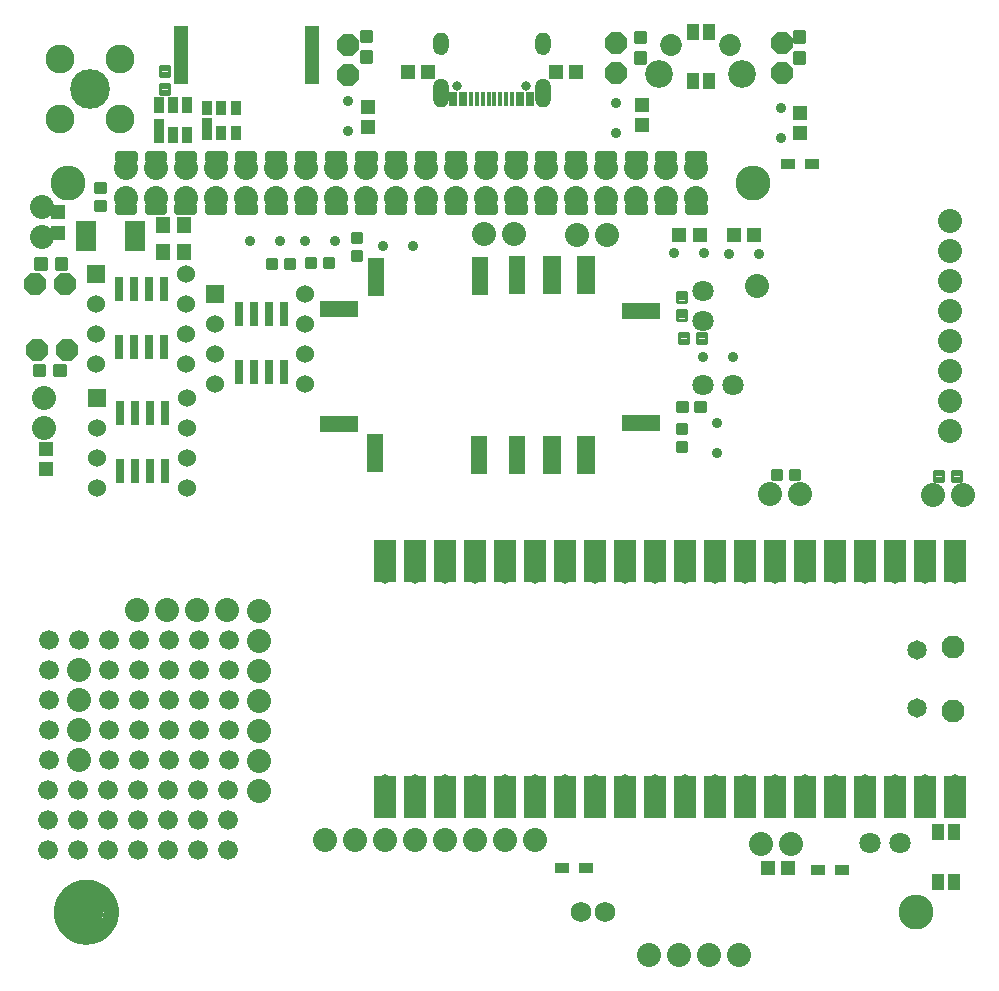
<source format=gts>
G75*
%MOIN*%
%OFA0B0*%
%FSLAX25Y25*%
%IPPOS*%
%LPD*%
%AMOC8*
5,1,8,0,0,1.08239X$1,22.5*
%
%ADD10C,0.11624*%
%ADD11C,0.05000*%
%ADD12C,0.08000*%
%ADD13C,0.02100*%
%ADD14C,0.09600*%
%ADD15C,0.13261*%
%ADD16C,0.03600*%
%ADD17OC8,0.07200*%
%ADD18R,0.04537X0.04931*%
%ADD19C,0.06506*%
%ADD20R,0.07293X0.14380*%
%ADD21C,0.07687*%
%ADD22R,0.04143X0.05521*%
%ADD23C,0.07100*%
%ADD24R,0.05600X0.12600*%
%ADD25R,0.12600X0.05600*%
%ADD26R,0.06100X0.12600*%
%ADD27R,0.06200X0.12600*%
%ADD28R,0.06000X0.06000*%
%ADD29C,0.06000*%
%ADD30C,0.01025*%
%ADD31R,0.01781X0.04537*%
%ADD32R,0.02962X0.04537*%
%ADD33C,0.03159*%
%ADD34C,0.00039*%
%ADD35R,0.02800X0.08400*%
%ADD36R,0.04537X0.03750*%
%ADD37C,0.01361*%
%ADD38R,0.03300X0.08300*%
%ADD39R,0.03300X0.05200*%
%ADD40R,0.04537X0.13592*%
%ADD41R,0.03789X0.07293*%
%ADD42R,0.03789X0.04734*%
%ADD43C,0.06899*%
%ADD44C,0.09261*%
%ADD45C,0.07293*%
%ADD46C,0.03500*%
%ADD47C,0.05000*%
%ADD48R,0.06600X0.01900*%
%ADD49R,0.04734X0.05718*%
%ADD50C,0.06600*%
D10*
X0062220Y0049040D03*
X0056314Y0292064D03*
X0284661Y0292064D03*
X0338913Y0049040D03*
D11*
X0053981Y0049178D02*
X0053983Y0049381D01*
X0053991Y0049583D01*
X0054003Y0049785D01*
X0054021Y0049987D01*
X0054043Y0050188D01*
X0054070Y0050389D01*
X0054103Y0050589D01*
X0054140Y0050788D01*
X0054182Y0050986D01*
X0054228Y0051184D01*
X0054280Y0051379D01*
X0054336Y0051574D01*
X0054398Y0051767D01*
X0054463Y0051959D01*
X0054534Y0052149D01*
X0054609Y0052337D01*
X0054689Y0052523D01*
X0054773Y0052707D01*
X0054862Y0052889D01*
X0054956Y0053069D01*
X0055053Y0053246D01*
X0055155Y0053421D01*
X0055262Y0053594D01*
X0055372Y0053764D01*
X0055487Y0053931D01*
X0055605Y0054095D01*
X0055728Y0054256D01*
X0055855Y0054414D01*
X0055985Y0054569D01*
X0056119Y0054721D01*
X0056257Y0054869D01*
X0056399Y0055014D01*
X0056544Y0055156D01*
X0056692Y0055294D01*
X0056844Y0055428D01*
X0056999Y0055558D01*
X0057157Y0055685D01*
X0057318Y0055808D01*
X0057482Y0055926D01*
X0057649Y0056041D01*
X0057819Y0056151D01*
X0057992Y0056258D01*
X0058167Y0056360D01*
X0058344Y0056457D01*
X0058524Y0056551D01*
X0058706Y0056640D01*
X0058890Y0056724D01*
X0059076Y0056804D01*
X0059264Y0056879D01*
X0059454Y0056950D01*
X0059646Y0057015D01*
X0059839Y0057077D01*
X0060034Y0057133D01*
X0060229Y0057185D01*
X0060427Y0057231D01*
X0060625Y0057273D01*
X0060824Y0057310D01*
X0061024Y0057343D01*
X0061225Y0057370D01*
X0061426Y0057392D01*
X0061628Y0057410D01*
X0061830Y0057422D01*
X0062032Y0057430D01*
X0062235Y0057432D01*
X0062438Y0057430D01*
X0062640Y0057422D01*
X0062842Y0057410D01*
X0063044Y0057392D01*
X0063245Y0057370D01*
X0063446Y0057343D01*
X0063646Y0057310D01*
X0063845Y0057273D01*
X0064043Y0057231D01*
X0064241Y0057185D01*
X0064436Y0057133D01*
X0064631Y0057077D01*
X0064824Y0057015D01*
X0065016Y0056950D01*
X0065206Y0056879D01*
X0065394Y0056804D01*
X0065580Y0056724D01*
X0065764Y0056640D01*
X0065946Y0056551D01*
X0066126Y0056457D01*
X0066303Y0056360D01*
X0066478Y0056258D01*
X0066651Y0056151D01*
X0066821Y0056041D01*
X0066988Y0055926D01*
X0067152Y0055808D01*
X0067313Y0055685D01*
X0067471Y0055558D01*
X0067626Y0055428D01*
X0067778Y0055294D01*
X0067926Y0055156D01*
X0068071Y0055014D01*
X0068213Y0054869D01*
X0068351Y0054721D01*
X0068485Y0054569D01*
X0068615Y0054414D01*
X0068742Y0054256D01*
X0068865Y0054095D01*
X0068983Y0053931D01*
X0069098Y0053764D01*
X0069208Y0053594D01*
X0069315Y0053421D01*
X0069417Y0053246D01*
X0069514Y0053069D01*
X0069608Y0052889D01*
X0069697Y0052707D01*
X0069781Y0052523D01*
X0069861Y0052337D01*
X0069936Y0052149D01*
X0070007Y0051959D01*
X0070072Y0051767D01*
X0070134Y0051574D01*
X0070190Y0051379D01*
X0070242Y0051184D01*
X0070288Y0050986D01*
X0070330Y0050788D01*
X0070367Y0050589D01*
X0070400Y0050389D01*
X0070427Y0050188D01*
X0070449Y0049987D01*
X0070467Y0049785D01*
X0070479Y0049583D01*
X0070487Y0049381D01*
X0070489Y0049178D01*
X0070487Y0048975D01*
X0070479Y0048773D01*
X0070467Y0048571D01*
X0070449Y0048369D01*
X0070427Y0048168D01*
X0070400Y0047967D01*
X0070367Y0047767D01*
X0070330Y0047568D01*
X0070288Y0047370D01*
X0070242Y0047172D01*
X0070190Y0046977D01*
X0070134Y0046782D01*
X0070072Y0046589D01*
X0070007Y0046397D01*
X0069936Y0046207D01*
X0069861Y0046019D01*
X0069781Y0045833D01*
X0069697Y0045649D01*
X0069608Y0045467D01*
X0069514Y0045287D01*
X0069417Y0045110D01*
X0069315Y0044935D01*
X0069208Y0044762D01*
X0069098Y0044592D01*
X0068983Y0044425D01*
X0068865Y0044261D01*
X0068742Y0044100D01*
X0068615Y0043942D01*
X0068485Y0043787D01*
X0068351Y0043635D01*
X0068213Y0043487D01*
X0068071Y0043342D01*
X0067926Y0043200D01*
X0067778Y0043062D01*
X0067626Y0042928D01*
X0067471Y0042798D01*
X0067313Y0042671D01*
X0067152Y0042548D01*
X0066988Y0042430D01*
X0066821Y0042315D01*
X0066651Y0042205D01*
X0066478Y0042098D01*
X0066303Y0041996D01*
X0066126Y0041899D01*
X0065946Y0041805D01*
X0065764Y0041716D01*
X0065580Y0041632D01*
X0065394Y0041552D01*
X0065206Y0041477D01*
X0065016Y0041406D01*
X0064824Y0041341D01*
X0064631Y0041279D01*
X0064436Y0041223D01*
X0064241Y0041171D01*
X0064043Y0041125D01*
X0063845Y0041083D01*
X0063646Y0041046D01*
X0063446Y0041013D01*
X0063245Y0040986D01*
X0063044Y0040964D01*
X0062842Y0040946D01*
X0062640Y0040934D01*
X0062438Y0040926D01*
X0062235Y0040924D01*
X0062032Y0040926D01*
X0061830Y0040934D01*
X0061628Y0040946D01*
X0061426Y0040964D01*
X0061225Y0040986D01*
X0061024Y0041013D01*
X0060824Y0041046D01*
X0060625Y0041083D01*
X0060427Y0041125D01*
X0060229Y0041171D01*
X0060034Y0041223D01*
X0059839Y0041279D01*
X0059646Y0041341D01*
X0059454Y0041406D01*
X0059264Y0041477D01*
X0059076Y0041552D01*
X0058890Y0041632D01*
X0058706Y0041716D01*
X0058524Y0041805D01*
X0058344Y0041899D01*
X0058167Y0041996D01*
X0057992Y0042098D01*
X0057819Y0042205D01*
X0057649Y0042315D01*
X0057482Y0042430D01*
X0057318Y0042548D01*
X0057157Y0042671D01*
X0056999Y0042798D01*
X0056844Y0042928D01*
X0056692Y0043062D01*
X0056544Y0043200D01*
X0056399Y0043342D01*
X0056257Y0043487D01*
X0056119Y0043635D01*
X0055985Y0043787D01*
X0055855Y0043942D01*
X0055728Y0044100D01*
X0055605Y0044261D01*
X0055487Y0044425D01*
X0055372Y0044592D01*
X0055262Y0044762D01*
X0055155Y0044935D01*
X0055053Y0045110D01*
X0054956Y0045287D01*
X0054862Y0045467D01*
X0054773Y0045649D01*
X0054689Y0045833D01*
X0054609Y0046019D01*
X0054534Y0046207D01*
X0054463Y0046397D01*
X0054398Y0046589D01*
X0054336Y0046782D01*
X0054280Y0046977D01*
X0054228Y0047172D01*
X0054182Y0047370D01*
X0054140Y0047568D01*
X0054103Y0047767D01*
X0054070Y0047967D01*
X0054043Y0048168D01*
X0054021Y0048369D01*
X0054003Y0048571D01*
X0053991Y0048773D01*
X0053983Y0048975D01*
X0053981Y0049178D01*
D12*
X0059835Y0099628D03*
X0059835Y0109628D03*
X0059835Y0119628D03*
X0059835Y0129628D03*
X0079135Y0149628D03*
X0089135Y0149628D03*
X0099135Y0149628D03*
X0109135Y0149628D03*
X0119835Y0149528D03*
X0119835Y0139528D03*
X0119835Y0129528D03*
X0119835Y0119528D03*
X0119835Y0109528D03*
X0119835Y0099528D03*
X0119835Y0089528D03*
X0142035Y0072928D03*
X0152035Y0072928D03*
X0162035Y0072928D03*
X0172035Y0072928D03*
X0182035Y0072928D03*
X0192035Y0072928D03*
X0202035Y0072928D03*
X0212035Y0072928D03*
X0250035Y0034628D03*
X0260035Y0034628D03*
X0270035Y0034628D03*
X0280035Y0034628D03*
X0287335Y0071628D03*
X0297335Y0071628D03*
X0344635Y0188128D03*
X0354635Y0188128D03*
X0350135Y0209428D03*
X0350135Y0219428D03*
X0350135Y0229428D03*
X0350135Y0239428D03*
X0350135Y0249428D03*
X0350135Y0259428D03*
X0350135Y0269428D03*
X0350135Y0279428D03*
X0285935Y0257828D03*
X0265645Y0287064D03*
X0255645Y0287064D03*
X0255645Y0297064D03*
X0265645Y0297064D03*
X0245645Y0297064D03*
X0235645Y0297064D03*
X0225645Y0297064D03*
X0215645Y0297064D03*
X0205645Y0297064D03*
X0195645Y0297064D03*
X0185645Y0297064D03*
X0175645Y0297064D03*
X0165645Y0297064D03*
X0155645Y0297064D03*
X0145645Y0297064D03*
X0135645Y0297064D03*
X0125645Y0297064D03*
X0115645Y0297064D03*
X0105645Y0297064D03*
X0095645Y0297064D03*
X0085645Y0297064D03*
X0075645Y0297064D03*
X0075645Y0287064D03*
X0085645Y0287064D03*
X0095645Y0287064D03*
X0105645Y0287064D03*
X0115645Y0287064D03*
X0125645Y0287064D03*
X0135645Y0287064D03*
X0145645Y0287064D03*
X0155645Y0287064D03*
X0165645Y0287064D03*
X0175645Y0287064D03*
X0185645Y0287064D03*
X0195645Y0287064D03*
X0205645Y0287064D03*
X0215645Y0287064D03*
X0225645Y0287064D03*
X0235645Y0287064D03*
X0245645Y0287064D03*
X0236035Y0274728D03*
X0226035Y0274728D03*
X0205035Y0275028D03*
X0195035Y0275028D03*
X0290435Y0188528D03*
X0300435Y0188528D03*
X0048335Y0210528D03*
X0048335Y0220528D03*
X0047735Y0274128D03*
X0047735Y0284128D03*
D13*
X0072895Y0282314D02*
X0078395Y0282314D01*
X0072895Y0282314D02*
X0072895Y0284414D01*
X0078395Y0284414D01*
X0078395Y0282314D01*
X0078395Y0284413D02*
X0072895Y0284413D01*
X0082895Y0282314D02*
X0088395Y0282314D01*
X0082895Y0282314D02*
X0082895Y0284414D01*
X0088395Y0284414D01*
X0088395Y0282314D01*
X0088395Y0284413D02*
X0082895Y0284413D01*
X0092695Y0282314D02*
X0098195Y0282314D01*
X0092695Y0282314D02*
X0092695Y0284414D01*
X0098195Y0284414D01*
X0098195Y0282314D01*
X0098195Y0284413D02*
X0092695Y0284413D01*
X0102795Y0282314D02*
X0108295Y0282314D01*
X0102795Y0282314D02*
X0102795Y0284414D01*
X0108295Y0284414D01*
X0108295Y0282314D01*
X0108295Y0284413D02*
X0102795Y0284413D01*
X0112995Y0282314D02*
X0118495Y0282314D01*
X0112995Y0282314D02*
X0112995Y0284414D01*
X0118495Y0284414D01*
X0118495Y0282314D01*
X0118495Y0284413D02*
X0112995Y0284413D01*
X0122995Y0282314D02*
X0128495Y0282314D01*
X0122995Y0282314D02*
X0122995Y0284414D01*
X0128495Y0284414D01*
X0128495Y0282314D01*
X0128495Y0284413D02*
X0122995Y0284413D01*
X0132895Y0282314D02*
X0138395Y0282314D01*
X0132895Y0282314D02*
X0132895Y0284414D01*
X0138395Y0284414D01*
X0138395Y0282314D01*
X0138395Y0284413D02*
X0132895Y0284413D01*
X0142995Y0282314D02*
X0148495Y0282314D01*
X0142995Y0282314D02*
X0142995Y0284414D01*
X0148495Y0284414D01*
X0148495Y0282314D01*
X0148495Y0284413D02*
X0142995Y0284413D01*
X0152895Y0282314D02*
X0158395Y0282314D01*
X0152895Y0282314D02*
X0152895Y0284414D01*
X0158395Y0284414D01*
X0158395Y0282314D01*
X0158395Y0284413D02*
X0152895Y0284413D01*
X0162895Y0282314D02*
X0168395Y0282314D01*
X0162895Y0282314D02*
X0162895Y0284414D01*
X0168395Y0284414D01*
X0168395Y0282314D01*
X0168395Y0284413D02*
X0162895Y0284413D01*
X0172795Y0282314D02*
X0178295Y0282314D01*
X0172795Y0282314D02*
X0172795Y0284414D01*
X0178295Y0284414D01*
X0178295Y0282314D01*
X0178295Y0284413D02*
X0172795Y0284413D01*
X0182795Y0282314D02*
X0188295Y0282314D01*
X0182795Y0282314D02*
X0182795Y0284414D01*
X0188295Y0284414D01*
X0188295Y0282314D01*
X0188295Y0284413D02*
X0182795Y0284413D01*
X0192995Y0282314D02*
X0198495Y0282314D01*
X0192995Y0282314D02*
X0192995Y0284414D01*
X0198495Y0284414D01*
X0198495Y0282314D01*
X0198495Y0284413D02*
X0192995Y0284413D01*
X0202995Y0282314D02*
X0208495Y0282314D01*
X0202995Y0282314D02*
X0202995Y0284414D01*
X0208495Y0284414D01*
X0208495Y0282314D01*
X0208495Y0284413D02*
X0202995Y0284413D01*
X0212795Y0282314D02*
X0218295Y0282314D01*
X0212795Y0282314D02*
X0212795Y0284414D01*
X0218295Y0284414D01*
X0218295Y0282314D01*
X0218295Y0284413D02*
X0212795Y0284413D01*
X0222995Y0282314D02*
X0228495Y0282314D01*
X0222995Y0282314D02*
X0222995Y0284414D01*
X0228495Y0284414D01*
X0228495Y0282314D01*
X0228495Y0284413D02*
X0222995Y0284413D01*
X0232795Y0282314D02*
X0238295Y0282314D01*
X0232795Y0282314D02*
X0232795Y0284414D01*
X0238295Y0284414D01*
X0238295Y0282314D01*
X0238295Y0284413D02*
X0232795Y0284413D01*
X0242995Y0282314D02*
X0248495Y0282314D01*
X0242995Y0282314D02*
X0242995Y0284414D01*
X0248495Y0284414D01*
X0248495Y0282314D01*
X0248495Y0284413D02*
X0242995Y0284413D01*
X0252795Y0282314D02*
X0258295Y0282314D01*
X0252795Y0282314D02*
X0252795Y0284414D01*
X0258295Y0284414D01*
X0258295Y0282314D01*
X0258295Y0284413D02*
X0252795Y0284413D01*
X0262995Y0282314D02*
X0268495Y0282314D01*
X0262995Y0282314D02*
X0262995Y0284414D01*
X0268495Y0284414D01*
X0268495Y0282314D01*
X0268495Y0284413D02*
X0262995Y0284413D01*
X0262895Y0299714D02*
X0268395Y0299714D01*
X0262895Y0299714D02*
X0262895Y0301814D01*
X0268395Y0301814D01*
X0268395Y0299714D01*
X0268395Y0301813D02*
X0262895Y0301813D01*
X0258395Y0299714D02*
X0252895Y0299714D01*
X0252895Y0301814D01*
X0258395Y0301814D01*
X0258395Y0299714D01*
X0258395Y0301813D02*
X0252895Y0301813D01*
X0248495Y0299714D02*
X0242995Y0299714D01*
X0242995Y0301814D01*
X0248495Y0301814D01*
X0248495Y0299714D01*
X0248495Y0301813D02*
X0242995Y0301813D01*
X0238395Y0299714D02*
X0232895Y0299714D01*
X0232895Y0301814D01*
X0238395Y0301814D01*
X0238395Y0299714D01*
X0238395Y0301813D02*
X0232895Y0301813D01*
X0228395Y0299714D02*
X0222895Y0299714D01*
X0222895Y0301814D01*
X0228395Y0301814D01*
X0228395Y0299714D01*
X0228395Y0301813D02*
X0222895Y0301813D01*
X0218395Y0299714D02*
X0212895Y0299714D01*
X0212895Y0301814D01*
X0218395Y0301814D01*
X0218395Y0299714D01*
X0218395Y0301813D02*
X0212895Y0301813D01*
X0208495Y0299714D02*
X0202995Y0299714D01*
X0202995Y0301814D01*
X0208495Y0301814D01*
X0208495Y0299714D01*
X0208495Y0301813D02*
X0202995Y0301813D01*
X0198495Y0299714D02*
X0192995Y0299714D01*
X0192995Y0301814D01*
X0198495Y0301814D01*
X0198495Y0299714D01*
X0198495Y0301813D02*
X0192995Y0301813D01*
X0188295Y0299714D02*
X0182795Y0299714D01*
X0182795Y0301814D01*
X0188295Y0301814D01*
X0188295Y0299714D01*
X0188295Y0301813D02*
X0182795Y0301813D01*
X0178295Y0299714D02*
X0172795Y0299714D01*
X0172795Y0301814D01*
X0178295Y0301814D01*
X0178295Y0299714D01*
X0178295Y0301813D02*
X0172795Y0301813D01*
X0168295Y0299714D02*
X0162795Y0299714D01*
X0162795Y0301814D01*
X0168295Y0301814D01*
X0168295Y0299714D01*
X0168295Y0301813D02*
X0162795Y0301813D01*
X0158495Y0299714D02*
X0152995Y0299714D01*
X0152995Y0301814D01*
X0158495Y0301814D01*
X0158495Y0299714D01*
X0158495Y0301813D02*
X0152995Y0301813D01*
X0148295Y0299714D02*
X0142795Y0299714D01*
X0142795Y0301814D01*
X0148295Y0301814D01*
X0148295Y0299714D01*
X0148295Y0301813D02*
X0142795Y0301813D01*
X0138395Y0299714D02*
X0132895Y0299714D01*
X0132895Y0301814D01*
X0138395Y0301814D01*
X0138395Y0299714D01*
X0138395Y0301813D02*
X0132895Y0301813D01*
X0128395Y0299714D02*
X0122895Y0299714D01*
X0122895Y0301814D01*
X0128395Y0301814D01*
X0128395Y0299714D01*
X0128395Y0301813D02*
X0122895Y0301813D01*
X0118395Y0299714D02*
X0112895Y0299714D01*
X0112895Y0301814D01*
X0118395Y0301814D01*
X0118395Y0299714D01*
X0118395Y0301813D02*
X0112895Y0301813D01*
X0108495Y0299714D02*
X0102995Y0299714D01*
X0102995Y0301814D01*
X0108495Y0301814D01*
X0108495Y0299714D01*
X0108495Y0301813D02*
X0102995Y0301813D01*
X0098395Y0299714D02*
X0092895Y0299714D01*
X0092895Y0301814D01*
X0098395Y0301814D01*
X0098395Y0299714D01*
X0098395Y0301813D02*
X0092895Y0301813D01*
X0088395Y0299714D02*
X0082895Y0299714D01*
X0082895Y0301814D01*
X0088395Y0301814D01*
X0088395Y0299714D01*
X0088395Y0301813D02*
X0082895Y0301813D01*
X0078445Y0299764D02*
X0072945Y0299764D01*
X0072945Y0301864D01*
X0078445Y0301864D01*
X0078445Y0299764D01*
X0078445Y0301863D02*
X0072945Y0301863D01*
D14*
X0073627Y0313334D03*
X0053627Y0313334D03*
X0053627Y0333334D03*
X0073627Y0333334D03*
D15*
X0063627Y0323334D03*
D16*
X0116835Y0272628D03*
X0126835Y0272628D03*
X0126835Y0272628D03*
X0135135Y0272728D03*
X0145135Y0272728D03*
X0145135Y0272728D03*
X0161135Y0271228D03*
X0161135Y0271228D03*
X0171135Y0271228D03*
X0149535Y0309278D03*
X0149535Y0309278D03*
X0149535Y0319278D03*
X0238935Y0318828D03*
X0238935Y0308828D03*
X0238935Y0308828D03*
X0258335Y0268628D03*
X0258335Y0268628D03*
X0268335Y0268628D03*
X0276635Y0268528D03*
X0286635Y0268528D03*
X0286635Y0268528D03*
X0277835Y0234228D03*
X0267835Y0234228D03*
X0267835Y0234228D03*
X0272735Y0212028D03*
X0272735Y0202028D03*
X0272735Y0202028D03*
X0293785Y0307028D03*
X0293785Y0307028D03*
X0293785Y0317028D03*
D17*
X0294235Y0328828D03*
X0294235Y0338828D03*
X0238885Y0338728D03*
X0238885Y0328728D03*
X0149635Y0328178D03*
X0149635Y0338178D03*
X0055435Y0258528D03*
X0045435Y0258528D03*
X0045835Y0236428D03*
X0055835Y0236428D03*
D18*
X0049035Y0203574D03*
X0049035Y0196881D03*
X0052835Y0275581D03*
X0052835Y0282274D03*
X0156135Y0310881D03*
X0156135Y0317574D03*
X0169488Y0328928D03*
X0176181Y0328928D03*
X0218788Y0329128D03*
X0225481Y0329128D03*
X0247635Y0318174D03*
X0247635Y0311481D03*
X0260088Y0274828D03*
X0266781Y0274828D03*
X0278288Y0274828D03*
X0284981Y0274828D03*
X0300135Y0308781D03*
X0300135Y0315474D03*
X0296181Y0063628D03*
X0289488Y0063628D03*
D19*
X0291835Y0091728D03*
X0281835Y0091728D03*
X0271835Y0091728D03*
X0261835Y0091728D03*
X0251835Y0091728D03*
X0241835Y0091728D03*
X0231835Y0091728D03*
X0221835Y0091728D03*
X0211835Y0091728D03*
X0201835Y0091728D03*
X0191835Y0091728D03*
X0181835Y0091728D03*
X0171835Y0091728D03*
X0161835Y0091728D03*
X0161835Y0161728D03*
X0171835Y0161728D03*
X0181835Y0161728D03*
X0191835Y0161728D03*
X0201835Y0161728D03*
X0211835Y0161728D03*
X0221835Y0161728D03*
X0231835Y0161728D03*
X0241835Y0161728D03*
X0251835Y0161728D03*
X0261835Y0161728D03*
X0271835Y0161728D03*
X0281835Y0161728D03*
X0291835Y0161728D03*
X0301835Y0161728D03*
X0311835Y0161728D03*
X0321835Y0161728D03*
X0331835Y0161728D03*
X0341835Y0161728D03*
X0351835Y0161728D03*
X0339394Y0136275D03*
X0339394Y0117180D03*
X0341835Y0091728D03*
X0351835Y0091728D03*
X0331835Y0091728D03*
X0321835Y0091728D03*
X0311835Y0091728D03*
X0301835Y0091728D03*
D20*
X0301835Y0087358D03*
X0311835Y0087358D03*
X0321835Y0087358D03*
X0331835Y0087358D03*
X0341835Y0087358D03*
X0351835Y0087358D03*
X0291835Y0087358D03*
X0281835Y0087358D03*
X0271835Y0087358D03*
X0261835Y0087358D03*
X0251835Y0087358D03*
X0241835Y0087358D03*
X0231835Y0087358D03*
X0221835Y0087358D03*
X0211835Y0087358D03*
X0201835Y0087358D03*
X0191835Y0087358D03*
X0181835Y0087358D03*
X0171835Y0087358D03*
X0161835Y0087358D03*
X0161835Y0166098D03*
X0171835Y0166098D03*
X0181835Y0166098D03*
X0191835Y0166098D03*
X0201835Y0166098D03*
X0211835Y0166098D03*
X0221835Y0166098D03*
X0231835Y0166098D03*
X0241835Y0166098D03*
X0251835Y0166098D03*
X0261835Y0166098D03*
X0271835Y0166098D03*
X0281835Y0166098D03*
X0291835Y0166098D03*
X0301835Y0166098D03*
X0311835Y0166098D03*
X0321835Y0166098D03*
X0331835Y0166098D03*
X0341835Y0166098D03*
X0351835Y0166098D03*
D21*
X0351323Y0137456D03*
X0351323Y0115999D03*
D22*
X0351597Y0075594D03*
X0346243Y0075594D03*
X0346282Y0059255D03*
X0351597Y0059255D03*
X0269797Y0326155D03*
X0264482Y0326155D03*
X0264443Y0342494D03*
X0269797Y0342494D03*
D23*
X0267835Y0256228D03*
X0267835Y0246228D03*
X0267835Y0224728D03*
X0277835Y0224728D03*
X0323735Y0071928D03*
X0333735Y0071928D03*
D24*
X0206009Y0201432D03*
X0193189Y0201432D03*
X0158669Y0201932D03*
X0158788Y0260736D03*
X0193504Y0261169D03*
X0206004Y0261279D03*
D25*
X0247287Y0249432D03*
X0247268Y0211932D03*
X0146748Y0211736D03*
X0146768Y0250236D03*
D26*
X0217504Y0261389D03*
X0217528Y0201432D03*
X0229048Y0201432D03*
D27*
X0229004Y0261499D03*
D28*
X0105435Y0254928D03*
X0065735Y0261728D03*
X0065835Y0220528D03*
D29*
X0065835Y0210528D03*
X0065835Y0200528D03*
X0065835Y0190528D03*
X0095835Y0190528D03*
X0095835Y0200528D03*
X0095835Y0210528D03*
X0095835Y0220528D03*
X0105435Y0224928D03*
X0105435Y0234928D03*
X0105435Y0244928D03*
X0095735Y0241728D03*
X0095735Y0231728D03*
X0095735Y0251728D03*
X0095735Y0261728D03*
X0065735Y0251728D03*
X0065735Y0241728D03*
X0065735Y0231728D03*
X0135435Y0234928D03*
X0135435Y0244928D03*
X0135435Y0254928D03*
X0135435Y0224928D03*
D30*
X0131573Y0263690D02*
X0128497Y0263690D01*
X0128497Y0266766D01*
X0131573Y0266766D01*
X0131573Y0263690D01*
X0131573Y0264714D02*
X0128497Y0264714D01*
X0128497Y0265738D02*
X0131573Y0265738D01*
X0131573Y0266762D02*
X0128497Y0266762D01*
X0125573Y0263690D02*
X0122497Y0263690D01*
X0122497Y0266766D01*
X0125573Y0266766D01*
X0125573Y0263690D01*
X0125573Y0264714D02*
X0122497Y0264714D01*
X0122497Y0265738D02*
X0125573Y0265738D01*
X0125573Y0266762D02*
X0122497Y0266762D01*
X0135597Y0267066D02*
X0138673Y0267066D01*
X0138673Y0263990D01*
X0135597Y0263990D01*
X0135597Y0267066D01*
X0135597Y0265014D02*
X0138673Y0265014D01*
X0138673Y0266038D02*
X0135597Y0266038D01*
X0135597Y0267062D02*
X0138673Y0267062D01*
X0141597Y0267066D02*
X0144673Y0267066D01*
X0144673Y0263990D01*
X0141597Y0263990D01*
X0141597Y0267066D01*
X0141597Y0265014D02*
X0144673Y0265014D01*
X0144673Y0266038D02*
X0141597Y0266038D01*
X0141597Y0267062D02*
X0144673Y0267062D01*
X0150797Y0266490D02*
X0150797Y0269566D01*
X0153873Y0269566D01*
X0153873Y0266490D01*
X0150797Y0266490D01*
X0150797Y0267514D02*
X0153873Y0267514D01*
X0153873Y0268538D02*
X0150797Y0268538D01*
X0150797Y0269562D02*
X0153873Y0269562D01*
X0150797Y0272490D02*
X0150797Y0275566D01*
X0153873Y0275566D01*
X0153873Y0272490D01*
X0150797Y0272490D01*
X0150797Y0273514D02*
X0153873Y0273514D01*
X0153873Y0274538D02*
X0150797Y0274538D01*
X0150797Y0275562D02*
X0153873Y0275562D01*
X0086797Y0321890D02*
X0086797Y0324966D01*
X0089873Y0324966D01*
X0089873Y0321890D01*
X0086797Y0321890D01*
X0086797Y0322914D02*
X0089873Y0322914D01*
X0089873Y0323938D02*
X0086797Y0323938D01*
X0086797Y0324962D02*
X0089873Y0324962D01*
X0086797Y0327890D02*
X0086797Y0330966D01*
X0089873Y0330966D01*
X0089873Y0327890D01*
X0086797Y0327890D01*
X0086797Y0328914D02*
X0089873Y0328914D01*
X0089873Y0329938D02*
X0086797Y0329938D01*
X0086797Y0330962D02*
X0089873Y0330962D01*
X0065397Y0292166D02*
X0065397Y0289090D01*
X0065397Y0292166D02*
X0068473Y0292166D01*
X0068473Y0289090D01*
X0065397Y0289090D01*
X0065397Y0290114D02*
X0068473Y0290114D01*
X0068473Y0291138D02*
X0065397Y0291138D01*
X0065397Y0292162D02*
X0068473Y0292162D01*
X0065397Y0286166D02*
X0065397Y0283090D01*
X0065397Y0286166D02*
X0068473Y0286166D01*
X0068473Y0283090D01*
X0065397Y0283090D01*
X0065397Y0284114D02*
X0068473Y0284114D01*
X0068473Y0285138D02*
X0065397Y0285138D01*
X0065397Y0286162D02*
X0068473Y0286162D01*
X0259197Y0255666D02*
X0259197Y0252590D01*
X0259197Y0255666D02*
X0262273Y0255666D01*
X0262273Y0252590D01*
X0259197Y0252590D01*
X0259197Y0253614D02*
X0262273Y0253614D01*
X0262273Y0254638D02*
X0259197Y0254638D01*
X0259197Y0255662D02*
X0262273Y0255662D01*
X0259197Y0249666D02*
X0259197Y0246590D01*
X0259197Y0249666D02*
X0262273Y0249666D01*
X0262273Y0246590D01*
X0259197Y0246590D01*
X0259197Y0247614D02*
X0262273Y0247614D01*
X0262273Y0248638D02*
X0259197Y0248638D01*
X0259197Y0249662D02*
X0262273Y0249662D01*
X0262973Y0238890D02*
X0259897Y0238890D01*
X0259897Y0241966D01*
X0262973Y0241966D01*
X0262973Y0238890D01*
X0262973Y0239914D02*
X0259897Y0239914D01*
X0259897Y0240938D02*
X0262973Y0240938D01*
X0262973Y0241962D02*
X0259897Y0241962D01*
X0265897Y0238890D02*
X0268973Y0238890D01*
X0265897Y0238890D02*
X0265897Y0241966D01*
X0268973Y0241966D01*
X0268973Y0238890D01*
X0268973Y0239914D02*
X0265897Y0239914D01*
X0265897Y0240938D02*
X0268973Y0240938D01*
X0268973Y0241962D02*
X0265897Y0241962D01*
X0265397Y0219166D02*
X0268473Y0219166D01*
X0268473Y0216090D01*
X0265397Y0216090D01*
X0265397Y0219166D01*
X0265397Y0217114D02*
X0268473Y0217114D01*
X0268473Y0218138D02*
X0265397Y0218138D01*
X0265397Y0219162D02*
X0268473Y0219162D01*
X0262473Y0219166D02*
X0259397Y0219166D01*
X0262473Y0219166D02*
X0262473Y0216090D01*
X0259397Y0216090D01*
X0259397Y0219166D01*
X0259397Y0217114D02*
X0262473Y0217114D01*
X0262473Y0218138D02*
X0259397Y0218138D01*
X0259397Y0219162D02*
X0262473Y0219162D01*
X0259197Y0211766D02*
X0259197Y0208690D01*
X0259197Y0211766D02*
X0262273Y0211766D01*
X0262273Y0208690D01*
X0259197Y0208690D01*
X0259197Y0209714D02*
X0262273Y0209714D01*
X0262273Y0210738D02*
X0259197Y0210738D01*
X0259197Y0211762D02*
X0262273Y0211762D01*
X0259197Y0205766D02*
X0259197Y0202690D01*
X0259197Y0205766D02*
X0262273Y0205766D01*
X0262273Y0202690D01*
X0259197Y0202690D01*
X0259197Y0203714D02*
X0262273Y0203714D01*
X0262273Y0204738D02*
X0259197Y0204738D01*
X0259197Y0205762D02*
X0262273Y0205762D01*
X0290897Y0193290D02*
X0293973Y0193290D01*
X0290897Y0193290D02*
X0290897Y0196366D01*
X0293973Y0196366D01*
X0293973Y0193290D01*
X0293973Y0194314D02*
X0290897Y0194314D01*
X0290897Y0195338D02*
X0293973Y0195338D01*
X0293973Y0196362D02*
X0290897Y0196362D01*
X0296897Y0193290D02*
X0299973Y0193290D01*
X0296897Y0193290D02*
X0296897Y0196366D01*
X0299973Y0196366D01*
X0299973Y0193290D01*
X0299973Y0194314D02*
X0296897Y0194314D01*
X0296897Y0195338D02*
X0299973Y0195338D01*
X0299973Y0196362D02*
X0296897Y0196362D01*
X0344897Y0192890D02*
X0347973Y0192890D01*
X0344897Y0192890D02*
X0344897Y0195966D01*
X0347973Y0195966D01*
X0347973Y0192890D01*
X0347973Y0193914D02*
X0344897Y0193914D01*
X0344897Y0194938D02*
X0347973Y0194938D01*
X0347973Y0195962D02*
X0344897Y0195962D01*
X0350897Y0192890D02*
X0353973Y0192890D01*
X0350897Y0192890D02*
X0350897Y0195966D01*
X0353973Y0195966D01*
X0353973Y0192890D01*
X0353973Y0193914D02*
X0350897Y0193914D01*
X0350897Y0194938D02*
X0353973Y0194938D01*
X0353973Y0195962D02*
X0350897Y0195962D01*
D31*
X0204325Y0319966D03*
X0202356Y0319966D03*
X0200387Y0319966D03*
X0198419Y0319966D03*
X0196450Y0319966D03*
X0194482Y0319966D03*
X0192513Y0319966D03*
X0190545Y0319966D03*
D32*
X0187789Y0319966D03*
X0184738Y0319966D03*
X0207080Y0319966D03*
X0210132Y0319966D03*
D33*
X0208813Y0324317D03*
X0186057Y0324317D03*
D34*
X0182789Y0324318D02*
X0178065Y0324318D01*
X0178065Y0324356D02*
X0182789Y0324356D01*
X0182789Y0324393D02*
X0178065Y0324393D01*
X0178065Y0324431D02*
X0182789Y0324431D01*
X0182789Y0324469D02*
X0178065Y0324469D01*
X0178065Y0324507D02*
X0182789Y0324507D01*
X0182789Y0324545D02*
X0178065Y0324545D01*
X0178065Y0324583D02*
X0182789Y0324583D01*
X0182789Y0324612D02*
X0182708Y0325111D01*
X0182519Y0325579D01*
X0182230Y0325994D01*
X0181856Y0326333D01*
X0181416Y0326581D01*
X0180931Y0326725D01*
X0180427Y0326758D01*
X0179923Y0326725D01*
X0179438Y0326581D01*
X0178998Y0326333D01*
X0178624Y0325994D01*
X0178335Y0325579D01*
X0178145Y0325111D01*
X0178065Y0324612D01*
X0178065Y0319887D01*
X0178141Y0319384D01*
X0178328Y0318910D01*
X0178616Y0318489D01*
X0178990Y0318143D01*
X0179432Y0317889D01*
X0179919Y0317740D01*
X0180427Y0317702D01*
X0180872Y0317729D01*
X0181304Y0317842D01*
X0181705Y0318036D01*
X0182061Y0318306D01*
X0182357Y0318639D01*
X0182582Y0319024D01*
X0182728Y0319446D01*
X0182789Y0319887D01*
X0182789Y0324612D01*
X0182788Y0324621D02*
X0178066Y0324621D01*
X0178072Y0324659D02*
X0182782Y0324659D01*
X0182775Y0324696D02*
X0178078Y0324696D01*
X0178084Y0324734D02*
X0182769Y0324734D01*
X0182763Y0324772D02*
X0178091Y0324772D01*
X0178097Y0324810D02*
X0182757Y0324810D01*
X0182751Y0324848D02*
X0178103Y0324848D01*
X0178109Y0324886D02*
X0182745Y0324886D01*
X0182739Y0324924D02*
X0178115Y0324924D01*
X0178121Y0324962D02*
X0182733Y0324962D01*
X0182726Y0324999D02*
X0178127Y0324999D01*
X0178133Y0325037D02*
X0182720Y0325037D01*
X0182714Y0325075D02*
X0178140Y0325075D01*
X0178146Y0325113D02*
X0182707Y0325113D01*
X0182692Y0325151D02*
X0178162Y0325151D01*
X0178177Y0325189D02*
X0182677Y0325189D01*
X0182661Y0325227D02*
X0178192Y0325227D01*
X0178208Y0325265D02*
X0182646Y0325265D01*
X0182631Y0325303D02*
X0178223Y0325303D01*
X0178238Y0325340D02*
X0182615Y0325340D01*
X0182600Y0325378D02*
X0178254Y0325378D01*
X0178269Y0325416D02*
X0182585Y0325416D01*
X0182570Y0325454D02*
X0178284Y0325454D01*
X0178300Y0325492D02*
X0182554Y0325492D01*
X0182539Y0325530D02*
X0178315Y0325530D01*
X0178330Y0325568D02*
X0182523Y0325568D01*
X0182500Y0325606D02*
X0178353Y0325606D01*
X0178380Y0325643D02*
X0182474Y0325643D01*
X0182448Y0325681D02*
X0178406Y0325681D01*
X0178433Y0325719D02*
X0182421Y0325719D01*
X0182395Y0325757D02*
X0178459Y0325757D01*
X0178485Y0325795D02*
X0182368Y0325795D01*
X0182342Y0325833D02*
X0178512Y0325833D01*
X0178538Y0325871D02*
X0182315Y0325871D01*
X0182289Y0325909D02*
X0178565Y0325909D01*
X0178591Y0325947D02*
X0182263Y0325947D01*
X0182236Y0325984D02*
X0178618Y0325984D01*
X0178656Y0326022D02*
X0182198Y0326022D01*
X0182157Y0326060D02*
X0178697Y0326060D01*
X0178739Y0326098D02*
X0182115Y0326098D01*
X0182073Y0326136D02*
X0178781Y0326136D01*
X0178822Y0326174D02*
X0182031Y0326174D01*
X0181990Y0326212D02*
X0178864Y0326212D01*
X0178906Y0326250D02*
X0181948Y0326250D01*
X0181906Y0326287D02*
X0178947Y0326287D01*
X0178989Y0326325D02*
X0181865Y0326325D01*
X0181803Y0326363D02*
X0179051Y0326363D01*
X0179118Y0326401D02*
X0181735Y0326401D01*
X0181668Y0326439D02*
X0179186Y0326439D01*
X0179253Y0326477D02*
X0181601Y0326477D01*
X0181534Y0326515D02*
X0179320Y0326515D01*
X0179387Y0326553D02*
X0181466Y0326553D01*
X0181385Y0326591D02*
X0179469Y0326591D01*
X0179597Y0326628D02*
X0181257Y0326628D01*
X0181129Y0326666D02*
X0179724Y0326666D01*
X0179852Y0326704D02*
X0181002Y0326704D01*
X0180668Y0326742D02*
X0180185Y0326742D01*
X0178065Y0324280D02*
X0182789Y0324280D01*
X0182789Y0324242D02*
X0178065Y0324242D01*
X0178065Y0324204D02*
X0182789Y0324204D01*
X0182789Y0324166D02*
X0178065Y0324166D01*
X0178065Y0324128D02*
X0182789Y0324128D01*
X0182789Y0324090D02*
X0178065Y0324090D01*
X0178065Y0324052D02*
X0182789Y0324052D01*
X0182789Y0324015D02*
X0178065Y0324015D01*
X0178065Y0323977D02*
X0182789Y0323977D01*
X0182789Y0323939D02*
X0178065Y0323939D01*
X0178065Y0323901D02*
X0182789Y0323901D01*
X0182789Y0323863D02*
X0178065Y0323863D01*
X0178065Y0323825D02*
X0182789Y0323825D01*
X0182789Y0323787D02*
X0178065Y0323787D01*
X0178065Y0323749D02*
X0182789Y0323749D01*
X0182789Y0323712D02*
X0178065Y0323712D01*
X0178065Y0323674D02*
X0182789Y0323674D01*
X0182789Y0323636D02*
X0178065Y0323636D01*
X0178065Y0323598D02*
X0182789Y0323598D01*
X0182789Y0323560D02*
X0178065Y0323560D01*
X0178065Y0323522D02*
X0182789Y0323522D01*
X0182789Y0323484D02*
X0178065Y0323484D01*
X0178065Y0323446D02*
X0182789Y0323446D01*
X0182789Y0323408D02*
X0178065Y0323408D01*
X0178065Y0323371D02*
X0182789Y0323371D01*
X0182789Y0323333D02*
X0178065Y0323333D01*
X0178065Y0323295D02*
X0182789Y0323295D01*
X0182789Y0323257D02*
X0178065Y0323257D01*
X0178065Y0323219D02*
X0182789Y0323219D01*
X0182789Y0323181D02*
X0178065Y0323181D01*
X0178065Y0323143D02*
X0182789Y0323143D01*
X0182789Y0323105D02*
X0178065Y0323105D01*
X0178065Y0323068D02*
X0182789Y0323068D01*
X0182789Y0323030D02*
X0178065Y0323030D01*
X0178065Y0322992D02*
X0182789Y0322992D01*
X0182789Y0322954D02*
X0178065Y0322954D01*
X0178065Y0322916D02*
X0182789Y0322916D01*
X0182789Y0322878D02*
X0178065Y0322878D01*
X0178065Y0322840D02*
X0182789Y0322840D01*
X0182789Y0322802D02*
X0178065Y0322802D01*
X0178065Y0322764D02*
X0182789Y0322764D01*
X0182789Y0322727D02*
X0178065Y0322727D01*
X0178065Y0322689D02*
X0182789Y0322689D01*
X0182789Y0322651D02*
X0178065Y0322651D01*
X0178065Y0322613D02*
X0182789Y0322613D01*
X0182789Y0322575D02*
X0178065Y0322575D01*
X0178065Y0322537D02*
X0182789Y0322537D01*
X0182789Y0322499D02*
X0178065Y0322499D01*
X0178065Y0322461D02*
X0182789Y0322461D01*
X0182789Y0322424D02*
X0178065Y0322424D01*
X0178065Y0322386D02*
X0182789Y0322386D01*
X0182789Y0322348D02*
X0178065Y0322348D01*
X0178065Y0322310D02*
X0182789Y0322310D01*
X0182789Y0322272D02*
X0178065Y0322272D01*
X0178065Y0322234D02*
X0182789Y0322234D01*
X0182789Y0322196D02*
X0178065Y0322196D01*
X0178065Y0322158D02*
X0182789Y0322158D01*
X0182789Y0322121D02*
X0178065Y0322121D01*
X0178065Y0322083D02*
X0182789Y0322083D01*
X0182789Y0322045D02*
X0178065Y0322045D01*
X0178065Y0322007D02*
X0182789Y0322007D01*
X0182789Y0321969D02*
X0178065Y0321969D01*
X0178065Y0321931D02*
X0182789Y0321931D01*
X0182789Y0321893D02*
X0178065Y0321893D01*
X0178065Y0321855D02*
X0182789Y0321855D01*
X0182789Y0321817D02*
X0178065Y0321817D01*
X0178065Y0321780D02*
X0182789Y0321780D01*
X0182789Y0321742D02*
X0178065Y0321742D01*
X0178065Y0321704D02*
X0182789Y0321704D01*
X0182789Y0321666D02*
X0178065Y0321666D01*
X0178065Y0321628D02*
X0182789Y0321628D01*
X0182789Y0321590D02*
X0178065Y0321590D01*
X0178065Y0321552D02*
X0182789Y0321552D01*
X0182789Y0321514D02*
X0178065Y0321514D01*
X0178065Y0321477D02*
X0182789Y0321477D01*
X0182789Y0321439D02*
X0178065Y0321439D01*
X0178065Y0321401D02*
X0182789Y0321401D01*
X0182789Y0321363D02*
X0178065Y0321363D01*
X0178065Y0321325D02*
X0182789Y0321325D01*
X0182789Y0321287D02*
X0178065Y0321287D01*
X0178065Y0321249D02*
X0182789Y0321249D01*
X0182789Y0321211D02*
X0178065Y0321211D01*
X0178065Y0321173D02*
X0182789Y0321173D01*
X0182789Y0321136D02*
X0178065Y0321136D01*
X0178065Y0321098D02*
X0182789Y0321098D01*
X0182789Y0321060D02*
X0178065Y0321060D01*
X0178065Y0321022D02*
X0182789Y0321022D01*
X0182789Y0320984D02*
X0178065Y0320984D01*
X0178065Y0320946D02*
X0182789Y0320946D01*
X0182789Y0320908D02*
X0178065Y0320908D01*
X0178065Y0320870D02*
X0182789Y0320870D01*
X0182789Y0320833D02*
X0178065Y0320833D01*
X0178065Y0320795D02*
X0182789Y0320795D01*
X0182789Y0320757D02*
X0178065Y0320757D01*
X0178065Y0320719D02*
X0182789Y0320719D01*
X0182789Y0320681D02*
X0178065Y0320681D01*
X0178065Y0320643D02*
X0182789Y0320643D01*
X0182789Y0320605D02*
X0178065Y0320605D01*
X0178065Y0320567D02*
X0182789Y0320567D01*
X0182789Y0320529D02*
X0178065Y0320529D01*
X0178065Y0320492D02*
X0182789Y0320492D01*
X0182789Y0320454D02*
X0178065Y0320454D01*
X0178065Y0320416D02*
X0182789Y0320416D01*
X0182789Y0320378D02*
X0178065Y0320378D01*
X0178065Y0320340D02*
X0182789Y0320340D01*
X0182789Y0320302D02*
X0178065Y0320302D01*
X0178065Y0320264D02*
X0182789Y0320264D01*
X0182789Y0320226D02*
X0178065Y0320226D01*
X0178065Y0320189D02*
X0182789Y0320189D01*
X0182789Y0320151D02*
X0178065Y0320151D01*
X0178065Y0320113D02*
X0182789Y0320113D01*
X0182789Y0320075D02*
X0178065Y0320075D01*
X0178065Y0320037D02*
X0182789Y0320037D01*
X0182789Y0319999D02*
X0178065Y0319999D01*
X0178065Y0319961D02*
X0182789Y0319961D01*
X0182789Y0319923D02*
X0178065Y0319923D01*
X0178065Y0319886D02*
X0182789Y0319886D01*
X0182784Y0319848D02*
X0178071Y0319848D01*
X0178077Y0319810D02*
X0182778Y0319810D01*
X0182773Y0319772D02*
X0178082Y0319772D01*
X0178088Y0319734D02*
X0182768Y0319734D01*
X0182763Y0319696D02*
X0178094Y0319696D01*
X0178100Y0319658D02*
X0182757Y0319658D01*
X0182752Y0319620D02*
X0178105Y0319620D01*
X0178111Y0319582D02*
X0182747Y0319582D01*
X0182742Y0319545D02*
X0178117Y0319545D01*
X0178123Y0319507D02*
X0182737Y0319507D01*
X0182731Y0319469D02*
X0178128Y0319469D01*
X0178134Y0319431D02*
X0182723Y0319431D01*
X0182710Y0319393D02*
X0178140Y0319393D01*
X0178153Y0319355D02*
X0182697Y0319355D01*
X0182684Y0319317D02*
X0178168Y0319317D01*
X0178183Y0319279D02*
X0182671Y0319279D01*
X0182657Y0319242D02*
X0178197Y0319242D01*
X0178212Y0319204D02*
X0182644Y0319204D01*
X0182631Y0319166D02*
X0178227Y0319166D01*
X0178242Y0319128D02*
X0182618Y0319128D01*
X0182605Y0319090D02*
X0178257Y0319090D01*
X0178272Y0319052D02*
X0182592Y0319052D01*
X0182576Y0319014D02*
X0178287Y0319014D01*
X0178302Y0318976D02*
X0182554Y0318976D01*
X0182532Y0318938D02*
X0178317Y0318938D01*
X0178335Y0318901D02*
X0182510Y0318901D01*
X0182488Y0318863D02*
X0178360Y0318863D01*
X0178386Y0318825D02*
X0182465Y0318825D01*
X0182443Y0318787D02*
X0178412Y0318787D01*
X0178438Y0318749D02*
X0182421Y0318749D01*
X0182399Y0318711D02*
X0178464Y0318711D01*
X0178490Y0318673D02*
X0182377Y0318673D01*
X0182353Y0318635D02*
X0178516Y0318635D01*
X0178542Y0318598D02*
X0182320Y0318598D01*
X0182286Y0318560D02*
X0178568Y0318560D01*
X0178594Y0318522D02*
X0182252Y0318522D01*
X0182219Y0318484D02*
X0178622Y0318484D01*
X0178663Y0318446D02*
X0182185Y0318446D01*
X0182151Y0318408D02*
X0178704Y0318408D01*
X0178745Y0318370D02*
X0182118Y0318370D01*
X0182084Y0318332D02*
X0178786Y0318332D01*
X0178826Y0318294D02*
X0182046Y0318294D01*
X0181996Y0318257D02*
X0178867Y0318257D01*
X0178908Y0318219D02*
X0181946Y0318219D01*
X0181896Y0318181D02*
X0178949Y0318181D01*
X0178990Y0318143D02*
X0181846Y0318143D01*
X0181796Y0318105D02*
X0179056Y0318105D01*
X0179122Y0318067D02*
X0181746Y0318067D01*
X0181690Y0318029D02*
X0179188Y0318029D01*
X0179254Y0317991D02*
X0181612Y0317991D01*
X0181534Y0317954D02*
X0179320Y0317954D01*
X0179386Y0317916D02*
X0181456Y0317916D01*
X0181378Y0317878D02*
X0179469Y0317878D01*
X0179592Y0317840D02*
X0181297Y0317840D01*
X0181152Y0317802D02*
X0179716Y0317802D01*
X0179839Y0317764D02*
X0181007Y0317764D01*
X0180829Y0317726D02*
X0180102Y0317726D01*
X0180427Y0335143D02*
X0179964Y0335191D01*
X0179520Y0335328D01*
X0179111Y0335549D01*
X0178752Y0335845D01*
X0178459Y0336206D01*
X0178241Y0336617D01*
X0178108Y0337062D01*
X0178065Y0337525D01*
X0178065Y0339887D01*
X0182789Y0339887D01*
X0182728Y0340411D01*
X0182552Y0340907D01*
X0182270Y0341352D01*
X0181896Y0341723D01*
X0181448Y0342001D01*
X0180951Y0342173D01*
X0180427Y0342230D01*
X0179968Y0342187D01*
X0179526Y0342055D01*
X0179118Y0341839D01*
X0178761Y0341548D01*
X0178467Y0341193D01*
X0178247Y0340787D01*
X0178112Y0340346D01*
X0178065Y0339887D01*
X0178068Y0339925D02*
X0182785Y0339925D01*
X0182789Y0339887D02*
X0182789Y0337525D01*
X0182732Y0336997D01*
X0182558Y0336495D01*
X0182278Y0336044D01*
X0181904Y0335667D01*
X0181455Y0335383D01*
X0180954Y0335205D01*
X0180427Y0335143D01*
X0180498Y0335152D02*
X0180346Y0335152D01*
X0179977Y0335190D02*
X0180822Y0335190D01*
X0181018Y0335227D02*
X0179845Y0335227D01*
X0179722Y0335265D02*
X0181125Y0335265D01*
X0181231Y0335303D02*
X0179599Y0335303D01*
X0179495Y0335341D02*
X0181338Y0335341D01*
X0181445Y0335379D02*
X0179425Y0335379D01*
X0179355Y0335417D02*
X0181509Y0335417D01*
X0181569Y0335455D02*
X0179285Y0335455D01*
X0179214Y0335493D02*
X0181629Y0335493D01*
X0181688Y0335531D02*
X0179144Y0335531D01*
X0179087Y0335568D02*
X0181748Y0335568D01*
X0181808Y0335606D02*
X0179041Y0335606D01*
X0178995Y0335644D02*
X0181868Y0335644D01*
X0181919Y0335682D02*
X0178949Y0335682D01*
X0178904Y0335720D02*
X0181956Y0335720D01*
X0181994Y0335758D02*
X0178858Y0335758D01*
X0178812Y0335796D02*
X0182031Y0335796D01*
X0182069Y0335834D02*
X0178766Y0335834D01*
X0178731Y0335871D02*
X0182106Y0335871D01*
X0182144Y0335909D02*
X0178700Y0335909D01*
X0178669Y0335947D02*
X0182182Y0335947D01*
X0182219Y0335985D02*
X0178639Y0335985D01*
X0178608Y0336023D02*
X0182257Y0336023D01*
X0182288Y0336061D02*
X0178577Y0336061D01*
X0178546Y0336099D02*
X0182312Y0336099D01*
X0182335Y0336137D02*
X0178515Y0336137D01*
X0178484Y0336175D02*
X0182359Y0336175D01*
X0182382Y0336212D02*
X0178455Y0336212D01*
X0178435Y0336250D02*
X0182406Y0336250D01*
X0182430Y0336288D02*
X0178415Y0336288D01*
X0178395Y0336326D02*
X0182453Y0336326D01*
X0182477Y0336364D02*
X0178375Y0336364D01*
X0178355Y0336402D02*
X0182500Y0336402D01*
X0182524Y0336440D02*
X0178335Y0336440D01*
X0178315Y0336478D02*
X0182548Y0336478D01*
X0182565Y0336515D02*
X0178295Y0336515D01*
X0178275Y0336553D02*
X0182579Y0336553D01*
X0182592Y0336591D02*
X0178255Y0336591D01*
X0178238Y0336629D02*
X0182605Y0336629D01*
X0182618Y0336667D02*
X0178226Y0336667D01*
X0178215Y0336705D02*
X0182631Y0336705D01*
X0182644Y0336743D02*
X0178204Y0336743D01*
X0178193Y0336781D02*
X0182657Y0336781D01*
X0182670Y0336818D02*
X0178181Y0336818D01*
X0178170Y0336856D02*
X0182683Y0336856D01*
X0182696Y0336894D02*
X0178159Y0336894D01*
X0178147Y0336932D02*
X0182709Y0336932D01*
X0182722Y0336970D02*
X0178136Y0336970D01*
X0178125Y0337008D02*
X0182733Y0337008D01*
X0182737Y0337046D02*
X0178113Y0337046D01*
X0178106Y0337084D02*
X0182741Y0337084D01*
X0182745Y0337122D02*
X0178103Y0337122D01*
X0178099Y0337159D02*
X0182749Y0337159D01*
X0182754Y0337197D02*
X0178096Y0337197D01*
X0178092Y0337235D02*
X0182758Y0337235D01*
X0182762Y0337273D02*
X0178088Y0337273D01*
X0178085Y0337311D02*
X0182766Y0337311D01*
X0182770Y0337349D02*
X0178081Y0337349D01*
X0178078Y0337387D02*
X0182774Y0337387D01*
X0182778Y0337425D02*
X0178074Y0337425D01*
X0178071Y0337462D02*
X0182782Y0337462D01*
X0182786Y0337500D02*
X0178067Y0337500D01*
X0178065Y0337538D02*
X0182789Y0337538D01*
X0182789Y0337576D02*
X0178065Y0337576D01*
X0178065Y0337614D02*
X0182789Y0337614D01*
X0182789Y0337652D02*
X0178065Y0337652D01*
X0178065Y0337690D02*
X0182789Y0337690D01*
X0182789Y0337728D02*
X0178065Y0337728D01*
X0178065Y0337766D02*
X0182789Y0337766D01*
X0182789Y0337803D02*
X0178065Y0337803D01*
X0178065Y0337841D02*
X0182789Y0337841D01*
X0182789Y0337879D02*
X0178065Y0337879D01*
X0178065Y0337917D02*
X0182789Y0337917D01*
X0182789Y0337955D02*
X0178065Y0337955D01*
X0178065Y0337993D02*
X0182789Y0337993D01*
X0182789Y0338031D02*
X0178065Y0338031D01*
X0178065Y0338069D02*
X0182789Y0338069D01*
X0182789Y0338106D02*
X0178065Y0338106D01*
X0178065Y0338144D02*
X0182789Y0338144D01*
X0182789Y0338182D02*
X0178065Y0338182D01*
X0178065Y0338220D02*
X0182789Y0338220D01*
X0182789Y0338258D02*
X0178065Y0338258D01*
X0178065Y0338296D02*
X0182789Y0338296D01*
X0182789Y0338334D02*
X0178065Y0338334D01*
X0178065Y0338372D02*
X0182789Y0338372D01*
X0182789Y0338410D02*
X0178065Y0338410D01*
X0178065Y0338447D02*
X0182789Y0338447D01*
X0182789Y0338485D02*
X0178065Y0338485D01*
X0178065Y0338523D02*
X0182789Y0338523D01*
X0182789Y0338561D02*
X0178065Y0338561D01*
X0178065Y0338599D02*
X0182789Y0338599D01*
X0182789Y0338637D02*
X0178065Y0338637D01*
X0178065Y0338675D02*
X0182789Y0338675D01*
X0182789Y0338713D02*
X0178065Y0338713D01*
X0178065Y0338750D02*
X0182789Y0338750D01*
X0182789Y0338788D02*
X0178065Y0338788D01*
X0178065Y0338826D02*
X0182789Y0338826D01*
X0182789Y0338864D02*
X0178065Y0338864D01*
X0178065Y0338902D02*
X0182789Y0338902D01*
X0182789Y0338940D02*
X0178065Y0338940D01*
X0178065Y0338978D02*
X0182789Y0338978D01*
X0182789Y0339016D02*
X0178065Y0339016D01*
X0178065Y0339053D02*
X0182789Y0339053D01*
X0182789Y0339091D02*
X0178065Y0339091D01*
X0178065Y0339129D02*
X0182789Y0339129D01*
X0182789Y0339167D02*
X0178065Y0339167D01*
X0178065Y0339205D02*
X0182789Y0339205D01*
X0182789Y0339243D02*
X0178065Y0339243D01*
X0178065Y0339281D02*
X0182789Y0339281D01*
X0182789Y0339319D02*
X0178065Y0339319D01*
X0178065Y0339357D02*
X0182789Y0339357D01*
X0182789Y0339394D02*
X0178065Y0339394D01*
X0178065Y0339432D02*
X0182789Y0339432D01*
X0182789Y0339470D02*
X0178065Y0339470D01*
X0178065Y0339508D02*
X0182789Y0339508D01*
X0182789Y0339546D02*
X0178065Y0339546D01*
X0178065Y0339584D02*
X0182789Y0339584D01*
X0182789Y0339622D02*
X0178065Y0339622D01*
X0178065Y0339660D02*
X0182789Y0339660D01*
X0182789Y0339697D02*
X0178065Y0339697D01*
X0178065Y0339735D02*
X0182789Y0339735D01*
X0182789Y0339773D02*
X0178065Y0339773D01*
X0178065Y0339811D02*
X0182789Y0339811D01*
X0182789Y0339849D02*
X0178065Y0339849D01*
X0178072Y0339963D02*
X0182780Y0339963D01*
X0182776Y0340001D02*
X0178076Y0340001D01*
X0178080Y0340038D02*
X0182771Y0340038D01*
X0182767Y0340076D02*
X0178084Y0340076D01*
X0178088Y0340114D02*
X0182763Y0340114D01*
X0182758Y0340152D02*
X0178092Y0340152D01*
X0178096Y0340190D02*
X0182754Y0340190D01*
X0182749Y0340228D02*
X0178100Y0340228D01*
X0178104Y0340266D02*
X0182745Y0340266D01*
X0182740Y0340304D02*
X0178107Y0340304D01*
X0178111Y0340341D02*
X0182736Y0340341D01*
X0182732Y0340379D02*
X0178122Y0340379D01*
X0178134Y0340417D02*
X0182726Y0340417D01*
X0182712Y0340455D02*
X0178145Y0340455D01*
X0178157Y0340493D02*
X0182699Y0340493D01*
X0182685Y0340531D02*
X0178169Y0340531D01*
X0178180Y0340569D02*
X0182672Y0340569D01*
X0182658Y0340607D02*
X0178192Y0340607D01*
X0178204Y0340645D02*
X0182645Y0340645D01*
X0182632Y0340682D02*
X0178215Y0340682D01*
X0178227Y0340720D02*
X0182618Y0340720D01*
X0182605Y0340758D02*
X0178239Y0340758D01*
X0178252Y0340796D02*
X0182591Y0340796D01*
X0182578Y0340834D02*
X0178273Y0340834D01*
X0178293Y0340872D02*
X0182564Y0340872D01*
X0182550Y0340910D02*
X0178314Y0340910D01*
X0178334Y0340948D02*
X0182526Y0340948D01*
X0182502Y0340985D02*
X0178355Y0340985D01*
X0178375Y0341023D02*
X0182478Y0341023D01*
X0182454Y0341061D02*
X0178396Y0341061D01*
X0178416Y0341099D02*
X0182430Y0341099D01*
X0182406Y0341137D02*
X0178436Y0341137D01*
X0178457Y0341175D02*
X0182382Y0341175D01*
X0182358Y0341213D02*
X0178483Y0341213D01*
X0178514Y0341251D02*
X0182334Y0341251D01*
X0182310Y0341288D02*
X0178546Y0341288D01*
X0178577Y0341326D02*
X0182286Y0341326D01*
X0182257Y0341364D02*
X0178609Y0341364D01*
X0178640Y0341402D02*
X0182219Y0341402D01*
X0182181Y0341440D02*
X0178671Y0341440D01*
X0178703Y0341478D02*
X0182143Y0341478D01*
X0182105Y0341516D02*
X0178734Y0341516D01*
X0178768Y0341554D02*
X0182066Y0341554D01*
X0182028Y0341592D02*
X0178814Y0341592D01*
X0178861Y0341629D02*
X0181990Y0341629D01*
X0181952Y0341667D02*
X0178907Y0341667D01*
X0178954Y0341705D02*
X0181914Y0341705D01*
X0181863Y0341743D02*
X0179000Y0341743D01*
X0179047Y0341781D02*
X0181802Y0341781D01*
X0181742Y0341819D02*
X0179093Y0341819D01*
X0179152Y0341857D02*
X0181681Y0341857D01*
X0181620Y0341895D02*
X0179223Y0341895D01*
X0179295Y0341932D02*
X0181559Y0341932D01*
X0181498Y0341970D02*
X0179366Y0341970D01*
X0179438Y0342008D02*
X0181428Y0342008D01*
X0181319Y0342046D02*
X0179510Y0342046D01*
X0179624Y0342084D02*
X0181209Y0342084D01*
X0181099Y0342122D02*
X0179751Y0342122D01*
X0179878Y0342160D02*
X0180990Y0342160D01*
X0180725Y0342198D02*
X0180084Y0342198D01*
X0212080Y0339887D02*
X0212080Y0337525D01*
X0212124Y0337062D01*
X0212257Y0336617D01*
X0212475Y0336206D01*
X0212768Y0335845D01*
X0213126Y0335549D01*
X0213536Y0335328D01*
X0213980Y0335191D01*
X0214443Y0335143D01*
X0214970Y0335205D01*
X0215471Y0335383D01*
X0215919Y0335667D01*
X0216293Y0336044D01*
X0216574Y0336495D01*
X0216748Y0336997D01*
X0216805Y0337525D01*
X0216805Y0339887D01*
X0212080Y0339887D01*
X0212128Y0340346D01*
X0212263Y0340787D01*
X0212482Y0341193D01*
X0212776Y0341548D01*
X0213134Y0341839D01*
X0213542Y0342055D01*
X0213984Y0342187D01*
X0214443Y0342230D01*
X0214966Y0342173D01*
X0215464Y0342001D01*
X0215911Y0341723D01*
X0216285Y0341352D01*
X0216568Y0340907D01*
X0216744Y0340411D01*
X0216805Y0339887D01*
X0216805Y0339849D02*
X0212080Y0339849D01*
X0212080Y0339811D02*
X0216805Y0339811D01*
X0216805Y0339773D02*
X0212080Y0339773D01*
X0212080Y0339735D02*
X0216805Y0339735D01*
X0216805Y0339697D02*
X0212080Y0339697D01*
X0212080Y0339660D02*
X0216805Y0339660D01*
X0216805Y0339622D02*
X0212080Y0339622D01*
X0212080Y0339584D02*
X0216805Y0339584D01*
X0216805Y0339546D02*
X0212080Y0339546D01*
X0212080Y0339508D02*
X0216805Y0339508D01*
X0216805Y0339470D02*
X0212080Y0339470D01*
X0212080Y0339432D02*
X0216805Y0339432D01*
X0216805Y0339394D02*
X0212080Y0339394D01*
X0212080Y0339357D02*
X0216805Y0339357D01*
X0216805Y0339319D02*
X0212080Y0339319D01*
X0212080Y0339281D02*
X0216805Y0339281D01*
X0216805Y0339243D02*
X0212080Y0339243D01*
X0212080Y0339205D02*
X0216805Y0339205D01*
X0216805Y0339167D02*
X0212080Y0339167D01*
X0212080Y0339129D02*
X0216805Y0339129D01*
X0216805Y0339091D02*
X0212080Y0339091D01*
X0212080Y0339053D02*
X0216805Y0339053D01*
X0216805Y0339016D02*
X0212080Y0339016D01*
X0212080Y0338978D02*
X0216805Y0338978D01*
X0216805Y0338940D02*
X0212080Y0338940D01*
X0212080Y0338902D02*
X0216805Y0338902D01*
X0216805Y0338864D02*
X0212080Y0338864D01*
X0212080Y0338826D02*
X0216805Y0338826D01*
X0216805Y0338788D02*
X0212080Y0338788D01*
X0212080Y0338750D02*
X0216805Y0338750D01*
X0216805Y0338713D02*
X0212080Y0338713D01*
X0212080Y0338675D02*
X0216805Y0338675D01*
X0216805Y0338637D02*
X0212080Y0338637D01*
X0212080Y0338599D02*
X0216805Y0338599D01*
X0216805Y0338561D02*
X0212080Y0338561D01*
X0212080Y0338523D02*
X0216805Y0338523D01*
X0216805Y0338485D02*
X0212080Y0338485D01*
X0212080Y0338447D02*
X0216805Y0338447D01*
X0216805Y0338410D02*
X0212080Y0338410D01*
X0212080Y0338372D02*
X0216805Y0338372D01*
X0216805Y0338334D02*
X0212080Y0338334D01*
X0212080Y0338296D02*
X0216805Y0338296D01*
X0216805Y0338258D02*
X0212080Y0338258D01*
X0212080Y0338220D02*
X0216805Y0338220D01*
X0216805Y0338182D02*
X0212080Y0338182D01*
X0212080Y0338144D02*
X0216805Y0338144D01*
X0216805Y0338106D02*
X0212080Y0338106D01*
X0212080Y0338069D02*
X0216805Y0338069D01*
X0216805Y0338031D02*
X0212080Y0338031D01*
X0212080Y0337993D02*
X0216805Y0337993D01*
X0216805Y0337955D02*
X0212080Y0337955D01*
X0212080Y0337917D02*
X0216805Y0337917D01*
X0216805Y0337879D02*
X0212080Y0337879D01*
X0212080Y0337841D02*
X0216805Y0337841D01*
X0216805Y0337803D02*
X0212080Y0337803D01*
X0212080Y0337766D02*
X0216805Y0337766D01*
X0216805Y0337728D02*
X0212080Y0337728D01*
X0212080Y0337690D02*
X0216805Y0337690D01*
X0216805Y0337652D02*
X0212080Y0337652D01*
X0212080Y0337614D02*
X0216805Y0337614D01*
X0216805Y0337576D02*
X0212080Y0337576D01*
X0212080Y0337538D02*
X0216805Y0337538D01*
X0216802Y0337500D02*
X0212083Y0337500D01*
X0212086Y0337462D02*
X0216798Y0337462D01*
X0216794Y0337425D02*
X0212090Y0337425D01*
X0212093Y0337387D02*
X0216790Y0337387D01*
X0216786Y0337349D02*
X0212097Y0337349D01*
X0212101Y0337311D02*
X0216782Y0337311D01*
X0216777Y0337273D02*
X0212104Y0337273D01*
X0212108Y0337235D02*
X0216773Y0337235D01*
X0216769Y0337197D02*
X0212111Y0337197D01*
X0212115Y0337159D02*
X0216765Y0337159D01*
X0216761Y0337122D02*
X0212119Y0337122D01*
X0212122Y0337084D02*
X0216757Y0337084D01*
X0216753Y0337046D02*
X0212129Y0337046D01*
X0212140Y0337008D02*
X0216749Y0337008D01*
X0216738Y0336970D02*
X0212152Y0336970D01*
X0212163Y0336932D02*
X0216725Y0336932D01*
X0216712Y0336894D02*
X0212174Y0336894D01*
X0212186Y0336856D02*
X0216699Y0336856D01*
X0216686Y0336818D02*
X0212197Y0336818D01*
X0212208Y0336781D02*
X0216673Y0336781D01*
X0216660Y0336743D02*
X0212220Y0336743D01*
X0212231Y0336705D02*
X0216647Y0336705D01*
X0216634Y0336667D02*
X0212242Y0336667D01*
X0212254Y0336629D02*
X0216620Y0336629D01*
X0216607Y0336591D02*
X0212271Y0336591D01*
X0212291Y0336553D02*
X0216594Y0336553D01*
X0216581Y0336515D02*
X0212311Y0336515D01*
X0212331Y0336478D02*
X0216563Y0336478D01*
X0216540Y0336440D02*
X0212351Y0336440D01*
X0212371Y0336402D02*
X0216516Y0336402D01*
X0216493Y0336364D02*
X0212391Y0336364D01*
X0212411Y0336326D02*
X0216469Y0336326D01*
X0216445Y0336288D02*
X0212431Y0336288D01*
X0212451Y0336250D02*
X0216422Y0336250D01*
X0216398Y0336212D02*
X0212471Y0336212D01*
X0212500Y0336175D02*
X0216375Y0336175D01*
X0216351Y0336137D02*
X0212531Y0336137D01*
X0212562Y0336099D02*
X0216327Y0336099D01*
X0216304Y0336061D02*
X0212593Y0336061D01*
X0212623Y0336023D02*
X0216272Y0336023D01*
X0216235Y0335985D02*
X0212654Y0335985D01*
X0212685Y0335947D02*
X0216197Y0335947D01*
X0216160Y0335909D02*
X0212716Y0335909D01*
X0212747Y0335871D02*
X0216122Y0335871D01*
X0216085Y0335834D02*
X0212782Y0335834D01*
X0212828Y0335796D02*
X0216047Y0335796D01*
X0216009Y0335758D02*
X0212874Y0335758D01*
X0212919Y0335720D02*
X0215972Y0335720D01*
X0215934Y0335682D02*
X0212965Y0335682D01*
X0213011Y0335644D02*
X0215883Y0335644D01*
X0215824Y0335606D02*
X0213057Y0335606D01*
X0213103Y0335568D02*
X0215764Y0335568D01*
X0215704Y0335531D02*
X0213160Y0335531D01*
X0213230Y0335493D02*
X0215644Y0335493D01*
X0215585Y0335455D02*
X0213300Y0335455D01*
X0213370Y0335417D02*
X0215525Y0335417D01*
X0215461Y0335379D02*
X0213441Y0335379D01*
X0213511Y0335341D02*
X0215354Y0335341D01*
X0215247Y0335303D02*
X0213615Y0335303D01*
X0213738Y0335265D02*
X0215140Y0335265D01*
X0215033Y0335227D02*
X0213861Y0335227D01*
X0213993Y0335190D02*
X0214838Y0335190D01*
X0214514Y0335152D02*
X0214362Y0335152D01*
X0212084Y0339925D02*
X0216800Y0339925D01*
X0216796Y0339963D02*
X0212088Y0339963D01*
X0212092Y0340001D02*
X0216792Y0340001D01*
X0216787Y0340038D02*
X0212096Y0340038D01*
X0212100Y0340076D02*
X0216783Y0340076D01*
X0216778Y0340114D02*
X0212104Y0340114D01*
X0212108Y0340152D02*
X0216774Y0340152D01*
X0216769Y0340190D02*
X0212111Y0340190D01*
X0212115Y0340228D02*
X0216765Y0340228D01*
X0216761Y0340266D02*
X0212119Y0340266D01*
X0212123Y0340304D02*
X0216756Y0340304D01*
X0216752Y0340341D02*
X0212127Y0340341D01*
X0212138Y0340379D02*
X0216747Y0340379D01*
X0216741Y0340417D02*
X0212149Y0340417D01*
X0212161Y0340455D02*
X0216728Y0340455D01*
X0216714Y0340493D02*
X0212173Y0340493D01*
X0212184Y0340531D02*
X0216701Y0340531D01*
X0216688Y0340569D02*
X0212196Y0340569D01*
X0212208Y0340607D02*
X0216674Y0340607D01*
X0216661Y0340645D02*
X0212219Y0340645D01*
X0212231Y0340682D02*
X0216647Y0340682D01*
X0216634Y0340720D02*
X0212243Y0340720D01*
X0212254Y0340758D02*
X0216620Y0340758D01*
X0216607Y0340796D02*
X0212268Y0340796D01*
X0212289Y0340834D02*
X0216594Y0340834D01*
X0216580Y0340872D02*
X0212309Y0340872D01*
X0212330Y0340910D02*
X0216566Y0340910D01*
X0216542Y0340948D02*
X0212350Y0340948D01*
X0212370Y0340985D02*
X0216518Y0340985D01*
X0216494Y0341023D02*
X0212391Y0341023D01*
X0212411Y0341061D02*
X0216470Y0341061D01*
X0216446Y0341099D02*
X0212432Y0341099D01*
X0212452Y0341137D02*
X0216422Y0341137D01*
X0216398Y0341175D02*
X0212473Y0341175D01*
X0212499Y0341213D02*
X0216374Y0341213D01*
X0216350Y0341251D02*
X0212530Y0341251D01*
X0212562Y0341288D02*
X0216326Y0341288D01*
X0216302Y0341326D02*
X0212593Y0341326D01*
X0212624Y0341364D02*
X0216273Y0341364D01*
X0216235Y0341402D02*
X0212656Y0341402D01*
X0212687Y0341440D02*
X0216197Y0341440D01*
X0216159Y0341478D02*
X0212718Y0341478D01*
X0212750Y0341516D02*
X0216120Y0341516D01*
X0216082Y0341554D02*
X0212783Y0341554D01*
X0212830Y0341592D02*
X0216044Y0341592D01*
X0216006Y0341629D02*
X0212876Y0341629D01*
X0212923Y0341667D02*
X0215968Y0341667D01*
X0215929Y0341705D02*
X0212970Y0341705D01*
X0213016Y0341743D02*
X0215879Y0341743D01*
X0215818Y0341781D02*
X0213063Y0341781D01*
X0213109Y0341819D02*
X0215757Y0341819D01*
X0215697Y0341857D02*
X0213167Y0341857D01*
X0213239Y0341895D02*
X0215636Y0341895D01*
X0215575Y0341932D02*
X0213311Y0341932D01*
X0213382Y0341970D02*
X0215514Y0341970D01*
X0215444Y0342008D02*
X0213454Y0342008D01*
X0213525Y0342046D02*
X0215334Y0342046D01*
X0215225Y0342084D02*
X0213640Y0342084D01*
X0213766Y0342122D02*
X0215115Y0342122D01*
X0215005Y0342160D02*
X0213893Y0342160D01*
X0214099Y0342198D02*
X0214741Y0342198D01*
X0214443Y0326758D02*
X0214947Y0326725D01*
X0215431Y0326581D01*
X0215872Y0326333D01*
X0216246Y0325994D01*
X0216535Y0325579D01*
X0216724Y0325111D01*
X0216805Y0324612D01*
X0216805Y0319887D01*
X0216744Y0319446D01*
X0216598Y0319024D01*
X0216372Y0318639D01*
X0216076Y0318306D01*
X0215721Y0318036D01*
X0215319Y0317842D01*
X0214888Y0317729D01*
X0214443Y0317702D01*
X0213934Y0317740D01*
X0213447Y0317889D01*
X0213006Y0318143D01*
X0215861Y0318143D01*
X0215811Y0318105D02*
X0213072Y0318105D01*
X0213138Y0318067D02*
X0215761Y0318067D01*
X0215706Y0318029D02*
X0213204Y0318029D01*
X0213270Y0317991D02*
X0215628Y0317991D01*
X0215550Y0317954D02*
X0213335Y0317954D01*
X0213401Y0317916D02*
X0215472Y0317916D01*
X0215394Y0317878D02*
X0213484Y0317878D01*
X0213608Y0317840D02*
X0215313Y0317840D01*
X0215168Y0317802D02*
X0213731Y0317802D01*
X0213855Y0317764D02*
X0215023Y0317764D01*
X0214844Y0317726D02*
X0214118Y0317726D01*
X0213006Y0318143D02*
X0212632Y0318489D01*
X0212344Y0318910D01*
X0212157Y0319384D01*
X0212080Y0319887D01*
X0212080Y0324612D01*
X0212161Y0325111D01*
X0212351Y0325579D01*
X0212640Y0325994D01*
X0213014Y0326333D01*
X0213454Y0326581D01*
X0213938Y0326725D01*
X0214443Y0326758D01*
X0214684Y0326742D02*
X0214201Y0326742D01*
X0213868Y0326704D02*
X0215018Y0326704D01*
X0215145Y0326666D02*
X0213740Y0326666D01*
X0213612Y0326628D02*
X0215273Y0326628D01*
X0215400Y0326591D02*
X0213485Y0326591D01*
X0213403Y0326553D02*
X0215482Y0326553D01*
X0215549Y0326515D02*
X0213336Y0326515D01*
X0213268Y0326477D02*
X0215617Y0326477D01*
X0215684Y0326439D02*
X0213201Y0326439D01*
X0213134Y0326401D02*
X0215751Y0326401D01*
X0215818Y0326363D02*
X0213067Y0326363D01*
X0213005Y0326325D02*
X0215880Y0326325D01*
X0215922Y0326287D02*
X0212963Y0326287D01*
X0212921Y0326250D02*
X0215964Y0326250D01*
X0216005Y0326212D02*
X0212880Y0326212D01*
X0212838Y0326174D02*
X0216047Y0326174D01*
X0216089Y0326136D02*
X0212796Y0326136D01*
X0212755Y0326098D02*
X0216131Y0326098D01*
X0216172Y0326060D02*
X0212713Y0326060D01*
X0212671Y0326022D02*
X0216214Y0326022D01*
X0216252Y0325984D02*
X0212633Y0325984D01*
X0212607Y0325947D02*
X0216278Y0325947D01*
X0216305Y0325909D02*
X0212580Y0325909D01*
X0212554Y0325871D02*
X0216331Y0325871D01*
X0216358Y0325833D02*
X0212528Y0325833D01*
X0212501Y0325795D02*
X0216384Y0325795D01*
X0216410Y0325757D02*
X0212475Y0325757D01*
X0212448Y0325719D02*
X0216437Y0325719D01*
X0216463Y0325681D02*
X0212422Y0325681D01*
X0212395Y0325643D02*
X0216490Y0325643D01*
X0216516Y0325606D02*
X0212369Y0325606D01*
X0212346Y0325568D02*
X0216539Y0325568D01*
X0216555Y0325530D02*
X0212331Y0325530D01*
X0212315Y0325492D02*
X0216570Y0325492D01*
X0216585Y0325454D02*
X0212300Y0325454D01*
X0212285Y0325416D02*
X0216601Y0325416D01*
X0216616Y0325378D02*
X0212269Y0325378D01*
X0212254Y0325340D02*
X0216631Y0325340D01*
X0216647Y0325303D02*
X0212239Y0325303D01*
X0212223Y0325265D02*
X0216662Y0325265D01*
X0216677Y0325227D02*
X0212208Y0325227D01*
X0212193Y0325189D02*
X0216693Y0325189D01*
X0216708Y0325151D02*
X0212177Y0325151D01*
X0212162Y0325113D02*
X0216723Y0325113D01*
X0216730Y0325075D02*
X0212155Y0325075D01*
X0212149Y0325037D02*
X0216736Y0325037D01*
X0216742Y0324999D02*
X0212143Y0324999D01*
X0212137Y0324962D02*
X0216748Y0324962D01*
X0216754Y0324924D02*
X0212131Y0324924D01*
X0212125Y0324886D02*
X0216761Y0324886D01*
X0216767Y0324848D02*
X0212119Y0324848D01*
X0212112Y0324810D02*
X0216773Y0324810D01*
X0216779Y0324772D02*
X0212106Y0324772D01*
X0212100Y0324734D02*
X0216785Y0324734D01*
X0216791Y0324696D02*
X0212094Y0324696D01*
X0212088Y0324659D02*
X0216797Y0324659D01*
X0216803Y0324621D02*
X0212082Y0324621D01*
X0212080Y0324583D02*
X0216805Y0324583D01*
X0216805Y0324545D02*
X0212080Y0324545D01*
X0212080Y0324507D02*
X0216805Y0324507D01*
X0216805Y0324469D02*
X0212080Y0324469D01*
X0212080Y0324431D02*
X0216805Y0324431D01*
X0216805Y0324393D02*
X0212080Y0324393D01*
X0212080Y0324356D02*
X0216805Y0324356D01*
X0216805Y0324318D02*
X0212080Y0324318D01*
X0212080Y0324280D02*
X0216805Y0324280D01*
X0216805Y0324242D02*
X0212080Y0324242D01*
X0212080Y0324204D02*
X0216805Y0324204D01*
X0216805Y0324166D02*
X0212080Y0324166D01*
X0212080Y0324128D02*
X0216805Y0324128D01*
X0216805Y0324090D02*
X0212080Y0324090D01*
X0212080Y0324052D02*
X0216805Y0324052D01*
X0216805Y0324015D02*
X0212080Y0324015D01*
X0212080Y0323977D02*
X0216805Y0323977D01*
X0216805Y0323939D02*
X0212080Y0323939D01*
X0212080Y0323901D02*
X0216805Y0323901D01*
X0216805Y0323863D02*
X0212080Y0323863D01*
X0212080Y0323825D02*
X0216805Y0323825D01*
X0216805Y0323787D02*
X0212080Y0323787D01*
X0212080Y0323749D02*
X0216805Y0323749D01*
X0216805Y0323712D02*
X0212080Y0323712D01*
X0212080Y0323674D02*
X0216805Y0323674D01*
X0216805Y0323636D02*
X0212080Y0323636D01*
X0212080Y0323598D02*
X0216805Y0323598D01*
X0216805Y0323560D02*
X0212080Y0323560D01*
X0212080Y0323522D02*
X0216805Y0323522D01*
X0216805Y0323484D02*
X0212080Y0323484D01*
X0212080Y0323446D02*
X0216805Y0323446D01*
X0216805Y0323408D02*
X0212080Y0323408D01*
X0212080Y0323371D02*
X0216805Y0323371D01*
X0216805Y0323333D02*
X0212080Y0323333D01*
X0212080Y0323295D02*
X0216805Y0323295D01*
X0216805Y0323257D02*
X0212080Y0323257D01*
X0212080Y0323219D02*
X0216805Y0323219D01*
X0216805Y0323181D02*
X0212080Y0323181D01*
X0212080Y0323143D02*
X0216805Y0323143D01*
X0216805Y0323105D02*
X0212080Y0323105D01*
X0212080Y0323068D02*
X0216805Y0323068D01*
X0216805Y0323030D02*
X0212080Y0323030D01*
X0212080Y0322992D02*
X0216805Y0322992D01*
X0216805Y0322954D02*
X0212080Y0322954D01*
X0212080Y0322916D02*
X0216805Y0322916D01*
X0216805Y0322878D02*
X0212080Y0322878D01*
X0212080Y0322840D02*
X0216805Y0322840D01*
X0216805Y0322802D02*
X0212080Y0322802D01*
X0212080Y0322764D02*
X0216805Y0322764D01*
X0216805Y0322727D02*
X0212080Y0322727D01*
X0212080Y0322689D02*
X0216805Y0322689D01*
X0216805Y0322651D02*
X0212080Y0322651D01*
X0212080Y0322613D02*
X0216805Y0322613D01*
X0216805Y0322575D02*
X0212080Y0322575D01*
X0212080Y0322537D02*
X0216805Y0322537D01*
X0216805Y0322499D02*
X0212080Y0322499D01*
X0212080Y0322461D02*
X0216805Y0322461D01*
X0216805Y0322424D02*
X0212080Y0322424D01*
X0212080Y0322386D02*
X0216805Y0322386D01*
X0216805Y0322348D02*
X0212080Y0322348D01*
X0212080Y0322310D02*
X0216805Y0322310D01*
X0216805Y0322272D02*
X0212080Y0322272D01*
X0212080Y0322234D02*
X0216805Y0322234D01*
X0216805Y0322196D02*
X0212080Y0322196D01*
X0212080Y0322158D02*
X0216805Y0322158D01*
X0216805Y0322121D02*
X0212080Y0322121D01*
X0212080Y0322083D02*
X0216805Y0322083D01*
X0216805Y0322045D02*
X0212080Y0322045D01*
X0212080Y0322007D02*
X0216805Y0322007D01*
X0216805Y0321969D02*
X0212080Y0321969D01*
X0212080Y0321931D02*
X0216805Y0321931D01*
X0216805Y0321893D02*
X0212080Y0321893D01*
X0212080Y0321855D02*
X0216805Y0321855D01*
X0216805Y0321817D02*
X0212080Y0321817D01*
X0212080Y0321780D02*
X0216805Y0321780D01*
X0216805Y0321742D02*
X0212080Y0321742D01*
X0212080Y0321704D02*
X0216805Y0321704D01*
X0216805Y0321666D02*
X0212080Y0321666D01*
X0212080Y0321628D02*
X0216805Y0321628D01*
X0216805Y0321590D02*
X0212080Y0321590D01*
X0212080Y0321552D02*
X0216805Y0321552D01*
X0216805Y0321514D02*
X0212080Y0321514D01*
X0212080Y0321477D02*
X0216805Y0321477D01*
X0216805Y0321439D02*
X0212080Y0321439D01*
X0212080Y0321401D02*
X0216805Y0321401D01*
X0216805Y0321363D02*
X0212080Y0321363D01*
X0212080Y0321325D02*
X0216805Y0321325D01*
X0216805Y0321287D02*
X0212080Y0321287D01*
X0212080Y0321249D02*
X0216805Y0321249D01*
X0216805Y0321211D02*
X0212080Y0321211D01*
X0212080Y0321173D02*
X0216805Y0321173D01*
X0216805Y0321136D02*
X0212080Y0321136D01*
X0212080Y0321098D02*
X0216805Y0321098D01*
X0216805Y0321060D02*
X0212080Y0321060D01*
X0212080Y0321022D02*
X0216805Y0321022D01*
X0216805Y0320984D02*
X0212080Y0320984D01*
X0212080Y0320946D02*
X0216805Y0320946D01*
X0216805Y0320908D02*
X0212080Y0320908D01*
X0212080Y0320870D02*
X0216805Y0320870D01*
X0216805Y0320833D02*
X0212080Y0320833D01*
X0212080Y0320795D02*
X0216805Y0320795D01*
X0216805Y0320757D02*
X0212080Y0320757D01*
X0212080Y0320719D02*
X0216805Y0320719D01*
X0216805Y0320681D02*
X0212080Y0320681D01*
X0212080Y0320643D02*
X0216805Y0320643D01*
X0216805Y0320605D02*
X0212080Y0320605D01*
X0212080Y0320567D02*
X0216805Y0320567D01*
X0216805Y0320529D02*
X0212080Y0320529D01*
X0212080Y0320492D02*
X0216805Y0320492D01*
X0216805Y0320454D02*
X0212080Y0320454D01*
X0212080Y0320416D02*
X0216805Y0320416D01*
X0216805Y0320378D02*
X0212080Y0320378D01*
X0212080Y0320340D02*
X0216805Y0320340D01*
X0216805Y0320302D02*
X0212080Y0320302D01*
X0212080Y0320264D02*
X0216805Y0320264D01*
X0216805Y0320226D02*
X0212080Y0320226D01*
X0212080Y0320189D02*
X0216805Y0320189D01*
X0216805Y0320151D02*
X0212080Y0320151D01*
X0212080Y0320113D02*
X0216805Y0320113D01*
X0216805Y0320075D02*
X0212080Y0320075D01*
X0212080Y0320037D02*
X0216805Y0320037D01*
X0216805Y0319999D02*
X0212080Y0319999D01*
X0212080Y0319961D02*
X0216805Y0319961D01*
X0216805Y0319923D02*
X0212080Y0319923D01*
X0212081Y0319886D02*
X0216805Y0319886D01*
X0216799Y0319848D02*
X0212086Y0319848D01*
X0212092Y0319810D02*
X0216794Y0319810D01*
X0216789Y0319772D02*
X0212098Y0319772D01*
X0212104Y0319734D02*
X0216784Y0319734D01*
X0216778Y0319696D02*
X0212110Y0319696D01*
X0212115Y0319658D02*
X0216773Y0319658D01*
X0216768Y0319620D02*
X0212121Y0319620D01*
X0212127Y0319582D02*
X0216763Y0319582D01*
X0216758Y0319545D02*
X0212133Y0319545D01*
X0212138Y0319507D02*
X0216752Y0319507D01*
X0216747Y0319469D02*
X0212144Y0319469D01*
X0212150Y0319431D02*
X0216739Y0319431D01*
X0216726Y0319393D02*
X0212156Y0319393D01*
X0212168Y0319355D02*
X0216713Y0319355D01*
X0216699Y0319317D02*
X0212183Y0319317D01*
X0212198Y0319279D02*
X0216686Y0319279D01*
X0216673Y0319242D02*
X0212213Y0319242D01*
X0212228Y0319204D02*
X0216660Y0319204D01*
X0216647Y0319166D02*
X0212243Y0319166D01*
X0212258Y0319128D02*
X0216634Y0319128D01*
X0216621Y0319090D02*
X0212273Y0319090D01*
X0212288Y0319052D02*
X0216608Y0319052D01*
X0216592Y0319014D02*
X0212303Y0319014D01*
X0212318Y0318976D02*
X0216570Y0318976D01*
X0216548Y0318938D02*
X0212333Y0318938D01*
X0212350Y0318901D02*
X0216525Y0318901D01*
X0216503Y0318863D02*
X0212376Y0318863D01*
X0212402Y0318825D02*
X0216481Y0318825D01*
X0216459Y0318787D02*
X0212428Y0318787D01*
X0212454Y0318749D02*
X0216437Y0318749D01*
X0216415Y0318711D02*
X0212480Y0318711D01*
X0212506Y0318673D02*
X0216392Y0318673D01*
X0216369Y0318635D02*
X0212532Y0318635D01*
X0212558Y0318598D02*
X0216335Y0318598D01*
X0216302Y0318560D02*
X0212584Y0318560D01*
X0212609Y0318522D02*
X0216268Y0318522D01*
X0216234Y0318484D02*
X0212637Y0318484D01*
X0212678Y0318446D02*
X0216201Y0318446D01*
X0216167Y0318408D02*
X0212719Y0318408D01*
X0212760Y0318370D02*
X0216134Y0318370D01*
X0216100Y0318332D02*
X0212801Y0318332D01*
X0212842Y0318294D02*
X0216061Y0318294D01*
X0216011Y0318257D02*
X0212883Y0318257D01*
X0212924Y0318219D02*
X0215961Y0318219D01*
X0215911Y0318181D02*
X0212965Y0318181D01*
D35*
X0128335Y0248528D03*
X0123335Y0248528D03*
X0118335Y0248528D03*
X0113335Y0248528D03*
X0113335Y0229128D03*
X0118335Y0229128D03*
X0123335Y0229128D03*
X0128335Y0229128D03*
X0088435Y0237328D03*
X0083435Y0237328D03*
X0078435Y0237328D03*
X0073435Y0237328D03*
X0073435Y0256728D03*
X0078435Y0256728D03*
X0083435Y0256728D03*
X0088435Y0256728D03*
X0088535Y0215328D03*
X0083535Y0215328D03*
X0078535Y0215328D03*
X0073535Y0215328D03*
X0073535Y0195928D03*
X0078535Y0195928D03*
X0083535Y0195928D03*
X0088535Y0195928D03*
D36*
X0221098Y0063828D03*
X0228972Y0063828D03*
X0306398Y0063228D03*
X0314272Y0063228D03*
X0304272Y0298528D03*
X0296398Y0298528D03*
D37*
X0298547Y0332187D02*
X0301723Y0332187D01*
X0298547Y0332187D02*
X0298547Y0335363D01*
X0301723Y0335363D01*
X0301723Y0332187D01*
X0301723Y0333547D02*
X0298547Y0333547D01*
X0298547Y0334907D02*
X0301723Y0334907D01*
X0301723Y0339092D02*
X0298547Y0339092D01*
X0298547Y0342268D01*
X0301723Y0342268D01*
X0301723Y0339092D01*
X0301723Y0340452D02*
X0298547Y0340452D01*
X0298547Y0341812D02*
X0301723Y0341812D01*
X0248723Y0338992D02*
X0245547Y0338992D01*
X0245547Y0342168D01*
X0248723Y0342168D01*
X0248723Y0338992D01*
X0248723Y0340352D02*
X0245547Y0340352D01*
X0245547Y0341712D02*
X0248723Y0341712D01*
X0248723Y0332087D02*
X0245547Y0332087D01*
X0245547Y0335263D01*
X0248723Y0335263D01*
X0248723Y0332087D01*
X0248723Y0333447D02*
X0245547Y0333447D01*
X0245547Y0334807D02*
X0248723Y0334807D01*
X0157423Y0332487D02*
X0154247Y0332487D01*
X0154247Y0335663D01*
X0157423Y0335663D01*
X0157423Y0332487D01*
X0157423Y0333847D02*
X0154247Y0333847D01*
X0154247Y0335207D02*
X0157423Y0335207D01*
X0157423Y0339392D02*
X0154247Y0339392D01*
X0154247Y0342568D01*
X0157423Y0342568D01*
X0157423Y0339392D01*
X0157423Y0340752D02*
X0154247Y0340752D01*
X0154247Y0342112D02*
X0157423Y0342112D01*
X0055775Y0266616D02*
X0055775Y0263440D01*
X0052599Y0263440D01*
X0052599Y0266616D01*
X0055775Y0266616D01*
X0055775Y0264800D02*
X0052599Y0264800D01*
X0052599Y0266160D02*
X0055775Y0266160D01*
X0048870Y0266616D02*
X0048870Y0263440D01*
X0045694Y0263440D01*
X0045694Y0266616D01*
X0048870Y0266616D01*
X0048870Y0264800D02*
X0045694Y0264800D01*
X0045694Y0266160D02*
X0048870Y0266160D01*
X0048370Y0231216D02*
X0048370Y0228040D01*
X0045194Y0228040D01*
X0045194Y0231216D01*
X0048370Y0231216D01*
X0048370Y0229400D02*
X0045194Y0229400D01*
X0045194Y0230760D02*
X0048370Y0230760D01*
X0055275Y0231216D02*
X0055275Y0228040D01*
X0052099Y0228040D01*
X0052099Y0231216D01*
X0055275Y0231216D01*
X0055275Y0229400D02*
X0052099Y0229400D01*
X0052099Y0230760D02*
X0055275Y0230760D01*
D38*
X0086510Y0309578D03*
D39*
X0091235Y0308028D03*
X0095959Y0308028D03*
X0095959Y0318028D03*
X0091235Y0318028D03*
X0086510Y0318028D03*
D40*
X0094002Y0331628D03*
X0094002Y0334628D03*
X0094002Y0337628D03*
X0137502Y0337628D03*
X0137494Y0334628D03*
X0137494Y0331628D03*
D41*
X0102750Y0309975D03*
D42*
X0107435Y0308695D03*
X0112120Y0308695D03*
X0112120Y0317160D03*
X0107435Y0317160D03*
X0102750Y0317160D03*
D43*
X0227298Y0049162D03*
X0235172Y0049162D03*
D44*
X0253255Y0328385D03*
X0280814Y0328385D03*
D45*
X0276877Y0338228D03*
X0257192Y0338228D03*
D46*
X0257192Y0338228D03*
X0276877Y0338228D03*
D47*
X0280814Y0328385D03*
X0253255Y0328385D03*
D48*
X0078485Y0278365D03*
X0078485Y0276396D03*
X0078485Y0274428D03*
X0078485Y0272459D03*
X0078485Y0270491D03*
X0062385Y0270491D03*
X0062385Y0272459D03*
X0062385Y0274428D03*
X0062385Y0276396D03*
X0062385Y0278365D03*
D49*
X0088090Y0278255D03*
X0094980Y0278255D03*
X0094980Y0269200D03*
X0088090Y0269200D03*
D50*
X0089935Y0139728D03*
X0079935Y0139728D03*
X0069935Y0139728D03*
X0059935Y0139728D03*
X0049935Y0139728D03*
X0049935Y0129728D03*
X0049935Y0119728D03*
X0049935Y0109728D03*
X0049935Y0099728D03*
X0049535Y0089828D03*
X0059535Y0089828D03*
X0069535Y0089828D03*
X0069935Y0099728D03*
X0069935Y0109728D03*
X0069935Y0119728D03*
X0069935Y0129728D03*
X0079935Y0129728D03*
X0089935Y0129728D03*
X0089935Y0119728D03*
X0079935Y0119728D03*
X0079935Y0109728D03*
X0089935Y0109728D03*
X0099935Y0109728D03*
X0099935Y0119728D03*
X0099935Y0129728D03*
X0099935Y0139728D03*
X0109935Y0139728D03*
X0109935Y0129728D03*
X0109935Y0119728D03*
X0109935Y0109728D03*
X0109935Y0099728D03*
X0109535Y0089828D03*
X0099535Y0089828D03*
X0099935Y0099728D03*
X0089935Y0099728D03*
X0089535Y0089828D03*
X0079535Y0089828D03*
X0079935Y0099728D03*
X0079535Y0079828D03*
X0089535Y0079828D03*
X0089535Y0069828D03*
X0079535Y0069828D03*
X0069535Y0069828D03*
X0069535Y0079828D03*
X0059535Y0079828D03*
X0049535Y0079828D03*
X0049535Y0069828D03*
X0059535Y0069828D03*
X0099535Y0069828D03*
X0099535Y0079828D03*
X0109535Y0079828D03*
X0109535Y0069828D03*
M02*

</source>
